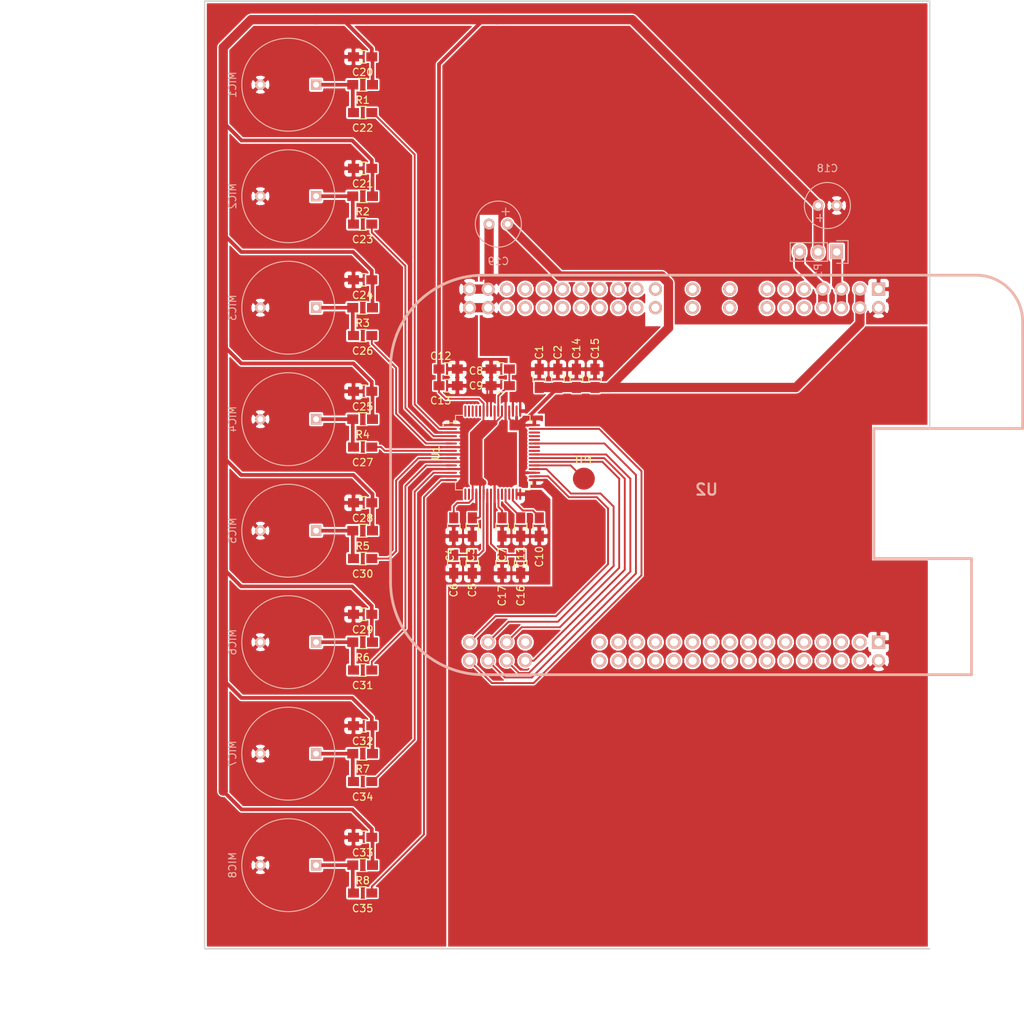
<source format=kicad_pcb>
(kicad_pcb (version 4) (host pcbnew "(after 2015-may-25 BZR unknown)-product")
  (layers (0 F.Cu signal) (31 B.Cu signal) (34 B.Paste user) (35 F.Paste user) (36 B.SilkS user) (37 F.SilkS user) (38 B.Mask user) (39 F.Mask user) (44 Edge.Cuts user))
  (net 0 "")
  (net 1 "Net-(C7-Pad1)")
  (net 2 AGND)
  (net 3 "Net-(C8-Pad1)")
  (net 4 "Net-(C10-Pad1)")
  (net 5 "Net-(C11-Pad1)")
  (net 6 /VREFP)
  (net 7 AVDD)
  (net 8 /MIC_1)
  (net 9 "Net-(C22-Pad2)")
  (net 10 /MIC_5)
  (net 11 "Net-(C23-Pad2)")
  (net 12 /MIC_2)
  (net 13 "Net-(C26-Pad2)")
  (net 14 /MIC_6)
  (net 15 "Net-(C27-Pad2)")
  (net 16 /MIC_3)
  (net 17 "Net-(C30-Pad2)")
  (net 18 /MIC_7)
  (net 19 "Net-(C31-Pad2)")
  (net 20 /MIC_4)
  (net 21 "Net-(C34-Pad2)")
  (net 22 /MIC_8)
  (net 23 "Net-(C35-Pad2)")
  (net 24 /SPI0_CS)
  (net 25 /PRU1_2)
  (net 26 /PRU1_3)
  (net 27 /SPI0_CLK)
  (net 28 /PRU1_4)
  (net 29 /SPI0_MOSI)
  (net 30 /PRU1_5)
  (net 31 /SPI0_MISO)
  (net 32 /BBB_VDD_5V)
  (net 33 /BBB_SYS_5V)
  (net 34 "Net-(TP1-Pad1)")
  (net 35 "Net-(U1-Pad17)")
  (net 36 "Net-(U1-Pad18)")
  (net 37 "Net-(U1-Pad27)")
  (net 38 "Net-(U1-Pad29)")
  (net 39 /PRU1_0)
  (net 40 "Net-(U1-Pad41)")
  (net 41 "Net-(U1-Pad42)")
  (net 42 "Net-(U1-Pad44)")
  (net 43 "Net-(U1-Pad45)")
  (net 44 "Net-(U1-Pad46)")
  (net 45 /PRU1_1)
  (net 46 "Net-(U1-Pad60)")
  (net 47 "Net-(U1-Pad61)")
  (net 48 "Net-(U1-Pad62)")
  (net 49 "Net-(U1-Pad63)")
  (net 50 "Net-(U1-Pad64)")
  (net 51 "Net-(U2-PadC9)")
  (net 52 "Net-(U2-PadC10)")
  (net 53 "Net-(U2-PadC11)")
  (net 54 "Net-(U2-PadC12)")
  (net 55 "Net-(U2-PadC13)")
  (net 56 "Net-(U2-PadC14)")
  (net 57 "Net-(U2-PadC15)")
  (net 58 "Net-(U2-PadC16)")
  (net 59 "Net-(U2-PadC19)")
  (net 60 "Net-(U2-PadC20)")
  (net 61 "Net-(U2-PadC23)")
  (net 62 "Net-(U2-PadC24)")
  (net 63 "Net-(U2-PadC25)")
  (net 64 "Net-(U2-PadC26)")
  (net 65 "Net-(U2-PadC27)")
  (net 66 "Net-(U2-PadC28)")
  (net 67 "Net-(U2-PadC29)")
  (net 68 "Net-(U2-PadC30)")
  (net 69 "Net-(U2-PadC31)")
  (net 70 "Net-(U2-PadC32)")
  (net 71 "Net-(U2-PadC33)")
  (net 72 "Net-(U2-PadC34)")
  (net 73 "Net-(U2-PadC35)")
  (net 74 "Net-(U2-PadC36)")
  (net 75 "Net-(U2-PadC37)")
  (net 76 "Net-(U2-PadC38)")
  (net 77 "Net-(U2-PadC39)")
  (net 78 "Net-(U2-PadC40)")
  (net 79 "Net-(U2-PadC41)")
  (net 80 "Net-(U2-PadC42)")
  (net 81 "Net-(U2-PadB3)")
  (net 82 "Net-(U2-PadB4)")
  (net 83 "Net-(U2-PadB5)")
  (net 84 "Net-(U2-PadB6)")
  (net 85 "Net-(U2-PadB7)")
  (net 86 "Net-(U2-PadB8)")
  (net 87 "Net-(U2-PadB9)")
  (net 88 "Net-(U2-PadB10)")
  (net 89 "Net-(U2-PadB11)")
  (net 90 "Net-(U2-PadB12)")
  (net 91 "Net-(U2-PadB13)")
  (net 92 "Net-(U2-PadB14)")
  (net 93 "Net-(U2-PadB15)")
  (net 94 "Net-(U2-PadB16)")
  (net 95 "Net-(U2-PadB17)")
  (net 96 "Net-(U2-PadB18)")
  (net 97 "Net-(U2-PadB19)")
  (net 98 "Net-(U2-PadB20)")
  (net 99 "Net-(U2-PadB21)")
  (net 100 "Net-(U2-PadB22)")
  (net 101 "Net-(U2-PadB23)")
  (net 102 "Net-(U2-PadB24)")
  (net 103 "Net-(U2-PadB25)")
  (net 104 "Net-(U2-PadB26)")
  (net 105 "Net-(U2-PadB27)")
  (net 106 "Net-(U2-PadB28)")
  (net 107 "Net-(U2-PadB29)")
  (net 108 "Net-(U2-PadB30)")
  (net 109 "Net-(U2-PadB31)")
  (net 110 "Net-(U2-PadB32)")
  (net 111 "Net-(U2-PadB33)")
  (net 112 "Net-(U2-PadB34)")
  (net 113 "Net-(U2-PadB35)")
  (net 114 "Net-(U2-PadB36)")
  (net 115 "Net-(U2-PadB37)")
  (net 116 "Net-(U2-PadB38)")
  (net 117 DVDD)
  (net 118 /PRU1_7)
  (net 119 "Net-(U2-PadB39)")
  (module Capacitors_SMD:C_0805_HandSoldering (layer F.Cu) (at 86.36 68.072 90)
    (fp_text reference C2 (at 3.556 0 90) (layer F.SilkS))
    (fp_text value 0.1uF)
    (pad 1 smd rect (at -1.25 0 90) (size 1.5 1.25) (layers F.Cu F.Paste F.Mask) (net 117 DVDD))
    (pad 2 smd rect (at 1.25 0 90) (size 1.5 1.25) (layers F.Cu F.Paste F.Mask) (net 2 AGND))
  )
  (module Capacitors_SMD:C_0805_HandSoldering (layer F.Cu) (at 83.82 68.072 90)
    (fp_text reference C1 (at 3.556 0 90) (layer F.SilkS))
    (fp_text value 1uF)
    (pad 1 smd rect (at -1.25 0 90) (size 1.5 1.25) (layers F.Cu F.Paste F.Mask) (net 117 DVDD))
    (pad 2 smd rect (at 1.25 0 90) (size 1.5 1.25) (layers F.Cu F.Paste F.Mask) (net 2 AGND))
  )
  (module micarray:beagleboneblack_custom (layer B.Cu) (at 106.68 81.28)
    (fp_text reference U2 (at 0 2) (layer B.SilkS) (effects (font (thickness 0.3048)) (justify mirror)))
    (fp_text value BEAGLEBONEBLACK)
    (pad C1 thru_hole rect (at 23.495 -25.4) (size 1.8 1.8) (drill 1.1) (layers *.Cu *.Mask B.SilkS) (net 2 AGND))
    (pad C2 thru_hole circle (at 23.495 -22.86) (size 1.8 1.8) (drill 1.1) (layers *.Cu *.Mask B.SilkS) (net 2 AGND))
    (pad C3 thru_hole circle (at 20.955 -25.4) (size 1.8 1.8) (drill 1.1) (layers *.Cu *.Mask B.SilkS) (net 117 DVDD))
    (pad C4 thru_hole circle (at 20.955 -22.86) (size 1.8 1.8) (drill 1.1) (layers *.Cu *.Mask B.SilkS) (net 117 DVDD))
    (pad C5 thru_hole circle (at 18.415 -25.4) (size 1.8 1.8) (drill 1.1) (layers *.Cu *.Mask B.SilkS) (net 32 /BBB_VDD_5V))
    (pad C6 thru_hole circle (at 18.415 -22.86) (size 1.8 1.8) (drill 1.1) (layers *.Cu *.Mask B.SilkS) (net 32 /BBB_VDD_5V))
    (pad C7 thru_hole circle (at 15.875 -25.4) (size 1.8 1.8) (drill 1.1) (layers *.Cu *.Mask B.SilkS) (net 33 /BBB_SYS_5V))
    (pad C8 thru_hole circle (at 15.875 -22.86) (size 1.8 1.8) (drill 1.1) (layers *.Cu *.Mask B.SilkS) (net 33 /BBB_SYS_5V))
    (pad C9 thru_hole circle (at 13.335 -25.4) (size 1.8 1.8) (drill 1.1) (layers *.Cu *.Mask B.SilkS) (net 51 "Net-(U2-PadC9)"))
    (pad C10 thru_hole circle (at 13.335 -22.86) (size 1.8 1.8) (drill 1.1) (layers *.Cu *.Mask B.SilkS) (net 52 "Net-(U2-PadC10)"))
    (pad C11 thru_hole circle (at 10.795 -25.4) (size 1.8 1.8) (drill 1.1) (layers *.Cu *.Mask B.SilkS) (net 53 "Net-(U2-PadC11)"))
    (pad C12 thru_hole circle (at 10.795 -22.86) (size 1.8 1.8) (drill 1.1) (layers *.Cu *.Mask B.SilkS) (net 54 "Net-(U2-PadC12)"))
    (pad C13 thru_hole circle (at 8.255 -25.4) (size 1.8 1.8) (drill 1.1) (layers *.Cu *.Mask B.SilkS) (net 55 "Net-(U2-PadC13)"))
    (pad C14 thru_hole circle (at 8.255 -22.86) (size 1.8 1.8) (drill 1.1) (layers *.Cu *.Mask B.SilkS) (net 56 "Net-(U2-PadC14)"))
    (pad C17 thru_hole circle (at 3.175 -25.4) (size 1.8 1.8) (drill 1.1) (layers *.Cu *.Mask B.SilkS) (net 24 /SPI0_CS))
    (pad C18 thru_hole circle (at 3.175 -22.86) (size 1.8 1.8) (drill 1.1) (layers *.Cu *.Mask B.SilkS) (net 29 /SPI0_MOSI))
    (pad C21 thru_hole circle (at -1.905 -25.4) (size 1.8 1.8) (drill 1.1) (layers *.Cu *.Mask B.SilkS) (net 31 /SPI0_MISO))
    (pad C22 thru_hole circle (at -1.905 -22.86) (size 1.8 1.8) (drill 1.1) (layers *.Cu *.Mask B.SilkS) (net 27 /SPI0_CLK))
    (pad C25 thru_hole circle (at -6.985 -25.4) (size 1.8 1.8) (drill 1.1) (layers *.Cu *.Mask B.SilkS) (net 63 "Net-(U2-PadC25)"))
    (pad C26 thru_hole circle (at -6.985 -22.86) (size 1.8 1.8) (drill 1.1) (layers *.Cu *.Mask B.SilkS) (net 64 "Net-(U2-PadC26)"))
    (pad C27 thru_hole circle (at -9.525 -25.4) (size 1.8 1.8) (drill 1.1) (layers *.Cu *.Mask B.SilkS) (net 65 "Net-(U2-PadC27)"))
    (pad C28 thru_hole circle (at -9.525 -22.86) (size 1.8 1.8) (drill 1.1) (layers *.Cu *.Mask B.SilkS) (net 66 "Net-(U2-PadC28)"))
    (pad C29 thru_hole circle (at -12.065 -25.4) (size 1.8 1.8) (drill 1.1) (layers *.Cu *.Mask B.SilkS) (net 67 "Net-(U2-PadC29)"))
    (pad C30 thru_hole circle (at -12.065 -22.86) (size 1.8 1.8) (drill 1.1) (layers *.Cu *.Mask B.SilkS) (net 68 "Net-(U2-PadC30)"))
    (pad C31 thru_hole circle (at -14.605 -25.4) (size 1.8 1.8) (drill 1.1) (layers *.Cu *.Mask B.SilkS) (net 69 "Net-(U2-PadC31)"))
    (pad C32 thru_hole circle (at -14.605 -22.86) (size 1.8 1.8) (drill 1.1) (layers *.Cu *.Mask B.SilkS) (net 70 "Net-(U2-PadC32)"))
    (pad C33 thru_hole circle (at -17.145 -25.4) (size 1.8 1.8) (drill 1.1) (layers *.Cu *.Mask B.SilkS) (net 71 "Net-(U2-PadC33)"))
    (pad C34 thru_hole circle (at -17.145 -22.86) (size 1.8 1.8) (drill 1.1) (layers *.Cu *.Mask B.SilkS) (net 72 "Net-(U2-PadC34)"))
    (pad C35 thru_hole circle (at -19.685 -25.4) (size 1.8 1.8) (drill 1.1) (layers *.Cu *.Mask B.SilkS) (net 73 "Net-(U2-PadC35)"))
    (pad C36 thru_hole circle (at -19.685 -22.86) (size 1.8 1.8) (drill 1.1) (layers *.Cu *.Mask B.SilkS) (net 74 "Net-(U2-PadC36)"))
    (pad C37 thru_hole circle (at -22.225 -25.4) (size 1.8 1.8) (drill 1.1) (layers *.Cu *.Mask B.SilkS) (net 75 "Net-(U2-PadC37)"))
    (pad C38 thru_hole circle (at -22.225 -22.86) (size 1.8 1.8) (drill 1.1) (layers *.Cu *.Mask B.SilkS) (net 76 "Net-(U2-PadC38)"))
    (pad C39 thru_hole circle (at -24.765 -25.4) (size 1.8 1.8) (drill 1.1) (layers *.Cu *.Mask B.SilkS) (net 77 "Net-(U2-PadC39)"))
    (pad C40 thru_hole circle (at -24.765 -22.86) (size 1.8 1.8) (drill 1.1) (layers *.Cu *.Mask B.SilkS) (net 78 "Net-(U2-PadC40)"))
    (pad C41 thru_hole circle (at -27.305 -25.4) (size 1.8 1.8) (drill 1.1) (layers *.Cu *.Mask B.SilkS) (net 79 "Net-(U2-PadC41)"))
    (pad C42 thru_hole circle (at -27.305 -22.86) (size 1.8 1.8) (drill 1.1) (layers *.Cu *.Mask B.SilkS) (net 80 "Net-(U2-PadC42)"))
    (pad C43 thru_hole circle (at -29.845 -25.4) (size 1.8 1.8) (drill 1.1) (layers *.Cu *.Mask B.SilkS) (net 2 AGND))
    (pad C44 thru_hole circle (at -29.845 -22.86) (size 1.8 1.8) (drill 1.1) (layers *.Cu *.Mask B.SilkS) (net 2 AGND))
    (pad C45 thru_hole circle (at -32.385 -25.4) (size 1.8 1.8) (drill 1.1) (layers *.Cu *.Mask B.SilkS) (net 2 AGND))
    (pad C46 thru_hole circle (at -32.385 -22.86) (size 1.8 1.8) (drill 1.1) (layers *.Cu *.Mask B.SilkS) (net 2 AGND))
    (pad B1 thru_hole rect (at 23.495 22.86) (size 1.8 1.8) (drill 1.1) (layers *.Cu *.Mask B.SilkS) (net 2 AGND))
    (pad B2 thru_hole circle (at 23.495 25.4) (size 1.8 1.8) (drill 1.1) (layers *.Cu *.Mask B.SilkS) (net 2 AGND))
    (pad B3 thru_hole circle (at 20.955 22.86) (size 1.8 1.8) (drill 1.1) (layers *.Cu *.Mask B.SilkS) (net 81 "Net-(U2-PadB3)"))
    (pad B4 thru_hole circle (at 20.955 25.4) (size 1.8 1.8) (drill 1.1) (layers *.Cu *.Mask B.SilkS) (net 82 "Net-(U2-PadB4)"))
    (pad B5 thru_hole circle (at 18.415 22.86) (size 1.8 1.8) (drill 1.1) (layers *.Cu *.Mask B.SilkS) (net 83 "Net-(U2-PadB5)"))
    (pad B6 thru_hole circle (at 18.415 25.4) (size 1.8 1.8) (drill 1.1) (layers *.Cu *.Mask B.SilkS) (net 84 "Net-(U2-PadB6)"))
    (pad B7 thru_hole circle (at 15.875 22.86) (size 1.8 1.8) (drill 1.1) (layers *.Cu *.Mask B.SilkS) (net 85 "Net-(U2-PadB7)"))
    (pad B8 thru_hole circle (at 15.875 25.4) (size 1.8 1.8) (drill 1.1) (layers *.Cu *.Mask B.SilkS) (net 86 "Net-(U2-PadB8)"))
    (pad B9 thru_hole circle (at 13.335 22.86) (size 1.8 1.8) (drill 1.1) (layers *.Cu *.Mask B.SilkS) (net 87 "Net-(U2-PadB9)"))
    (pad B10 thru_hole circle (at 13.335 25.4) (size 1.8 1.8) (drill 1.1) (layers *.Cu *.Mask B.SilkS) (net 88 "Net-(U2-PadB10)"))
    (pad B11 thru_hole circle (at 10.795 22.86) (size 1.8 1.8) (drill 1.1) (layers *.Cu *.Mask B.SilkS) (net 89 "Net-(U2-PadB11)"))
    (pad B12 thru_hole circle (at 10.795 25.4) (size 1.8 1.8) (drill 1.1) (layers *.Cu *.Mask B.SilkS) (net 90 "Net-(U2-PadB12)"))
    (pad B13 thru_hole circle (at 8.255 22.86) (size 1.8 1.8) (drill 1.1) (layers *.Cu *.Mask B.SilkS) (net 91 "Net-(U2-PadB13)"))
    (pad B14 thru_hole circle (at 8.255 25.4) (size 1.8 1.8) (drill 1.1) (layers *.Cu *.Mask B.SilkS) (net 92 "Net-(U2-PadB14)"))
    (pad B15 thru_hole circle (at 5.715 22.86) (size 1.8 1.8) (drill 1.1) (layers *.Cu *.Mask B.SilkS) (net 93 "Net-(U2-PadB15)"))
    (pad B16 thru_hole circle (at 5.715 25.4) (size 1.8 1.8) (drill 1.1) (layers *.Cu *.Mask B.SilkS) (net 94 "Net-(U2-PadB16)"))
    (pad B17 thru_hole circle (at 3.175 22.86) (size 1.8 1.8) (drill 1.1) (layers *.Cu *.Mask B.SilkS) (net 95 "Net-(U2-PadB17)"))
    (pad B18 thru_hole circle (at 3.175 25.4) (size 1.8 1.8) (drill 1.1) (layers *.Cu *.Mask B.SilkS) (net 96 "Net-(U2-PadB18)"))
    (pad B19 thru_hole circle (at 0.635 22.86) (size 1.8 1.8) (drill 1.1) (layers *.Cu *.Mask B.SilkS) (net 97 "Net-(U2-PadB19)"))
    (pad B20 thru_hole circle (at 0.635 25.4) (size 1.8 1.8) (drill 1.1) (layers *.Cu *.Mask B.SilkS) (net 98 "Net-(U2-PadB20)"))
    (pad B21 thru_hole circle (at -1.905 22.86) (size 1.8 1.8) (drill 1.1) (layers *.Cu *.Mask B.SilkS) (net 99 "Net-(U2-PadB21)"))
    (pad B22 thru_hole circle (at -1.905 25.4) (size 1.8 1.8) (drill 1.1) (layers *.Cu *.Mask B.SilkS) (net 100 "Net-(U2-PadB22)"))
    (pad B23 thru_hole circle (at -4.445 22.86) (size 1.8 1.8) (drill 1.1) (layers *.Cu *.Mask B.SilkS) (net 101 "Net-(U2-PadB23)"))
    (pad B24 thru_hole circle (at -4.445 25.4) (size 1.8 1.8) (drill 1.1) (layers *.Cu *.Mask B.SilkS) (net 102 "Net-(U2-PadB24)"))
    (pad B25 thru_hole circle (at -6.985 22.86) (size 1.8 1.8) (drill 1.1) (layers *.Cu *.Mask B.SilkS) (net 103 "Net-(U2-PadB25)"))
    (pad B26 thru_hole circle (at -6.985 25.4) (size 1.8 1.8) (drill 1.1) (layers *.Cu *.Mask B.SilkS) (net 104 "Net-(U2-PadB26)"))
    (pad B27 thru_hole circle (at -9.525 22.86) (size 1.8 1.8) (drill 1.1) (layers *.Cu *.Mask B.SilkS) (net 105 "Net-(U2-PadB27)"))
    (pad B28 thru_hole circle (at -9.525 25.4) (size 1.8 1.8) (drill 1.1) (layers *.Cu *.Mask B.SilkS) (net 106 "Net-(U2-PadB28)"))
    (pad B29 thru_hole circle (at -12.065 22.86) (size 1.8 1.8) (drill 1.1) (layers *.Cu *.Mask B.SilkS) (net 107 "Net-(U2-PadB29)"))
    (pad B30 thru_hole circle (at -12.065 25.4) (size 1.8 1.8) (drill 1.1) (layers *.Cu *.Mask B.SilkS) (net 108 "Net-(U2-PadB30)"))
    (pad B31 thru_hole circle (at -14.605 22.86) (size 1.8 1.8) (drill 1.1) (layers *.Cu *.Mask B.SilkS) (net 109 "Net-(U2-PadB31)"))
    (pad B32 thru_hole circle (at -14.605 25.4) (size 1.8 1.8) (drill 1.1) (layers *.Cu *.Mask B.SilkS) (net 110 "Net-(U2-PadB32)"))
    (pad B39 thru_hole circle (at -24.765 22.86) (size 1.8 1.8) (drill 1.1) (layers *.Cu *.Mask B.SilkS) (net 119 "Net-(U2-PadB39)"))
    (pad B40 thru_hole circle (at -24.765 25.4) (size 1.8 1.8) (drill 1.1) (layers *.Cu *.Mask B.SilkS) (net 118 /PRU1_7))
    (pad B41 thru_hole circle (at -27.305 22.86) (size 1.8 1.8) (drill 1.1) (layers *.Cu *.Mask B.SilkS) (net 28 /PRU1_4))
    (pad B42 thru_hole circle (at -27.305 25.4) (size 1.8 1.8) (drill 1.1) (layers *.Cu *.Mask B.SilkS) (net 30 /PRU1_5))
    (pad B43 thru_hole circle (at -29.845 22.86) (size 1.8 1.8) (drill 1.1) (layers *.Cu *.Mask B.SilkS) (net 25 /PRU1_2))
    (pad B44 thru_hole circle (at -29.845 25.4) (size 1.8 1.8) (drill 1.1) (layers *.Cu *.Mask B.SilkS) (net 26 /PRU1_3))
    (pad B45 thru_hole circle (at -32.385 22.86) (size 1.8 1.8) (drill 1.1) (layers *.Cu *.Mask B.SilkS) (net 39 /PRU1_0))
    (pad B46 thru_hole circle (at -32.385 25.4) (size 1.8 1.8) (drill 1.1) (layers *.Cu *.Mask B.SilkS) (net 45 /PRU1_1))
  )
  (module micarray:LQFP-64_12x12_Pitch0.5mm_NoFid (layer F.Cu) (at 77.47 78.232 90)
    (fp_text reference U1 (at 0 -7.8 90) (layer F.SilkS))
    (fp_text value ADS131E08)
    (pad 1 smd oval (at 3.74904 -5.67944 180) (size 1.55956 0.2794) (layers F.Cu F.Paste F.Mask) (net 2 AGND) (clearance 0.1016))
    (pad 2 smd oval (at 3.24866 -5.67944 180) (size 1.55956 0.2794) (layers F.Cu F.Paste F.Mask) (net 8 /MIC_1) (clearance 0.1016))
    (pad 3 smd oval (at 2.74828 -5.67944 180) (size 1.55956 0.2794) (layers F.Cu F.Paste F.Mask) (net 2 AGND) (clearance 0.1016))
    (pad 4 smd oval (at 2.2479 -5.67944 180) (size 1.55956 0.2794) (layers F.Cu F.Paste F.Mask) (net 12 /MIC_2) (clearance 0.1016))
    (pad 5 smd oval (at 1.74752 -5.67944 180) (size 1.55956 0.2794) (layers F.Cu F.Paste F.Mask) (net 2 AGND) (clearance 0.1016))
    (pad 6 smd oval (at 1.24968 -5.67944 180) (size 1.55956 0.2794) (layers F.Cu F.Paste F.Mask) (net 16 /MIC_3) (clearance 0.1016))
    (pad 7 smd oval (at 0.7493 -5.67944 180) (size 1.55956 0.2794) (layers F.Cu F.Paste F.Mask) (net 2 AGND) (clearance 0.1016))
    (pad 8 smd oval (at 0.24892 -5.67944 180) (size 1.55956 0.2794) (layers F.Cu F.Paste F.Mask) (net 20 /MIC_4) (clearance 0.1016))
    (pad 9 smd oval (at -0.24892 -5.67944 180) (size 1.55956 0.2794) (layers F.Cu F.Paste F.Mask) (net 2 AGND) (clearance 0.1016))
    (pad 10 smd oval (at -0.7493 -5.67944 180) (size 1.55956 0.2794) (layers F.Cu F.Paste F.Mask) (net 10 /MIC_5) (clearance 0.1016))
    (pad 11 smd oval (at -1.24968 -5.67944 180) (size 1.55956 0.2794) (layers F.Cu F.Paste F.Mask) (net 2 AGND) (clearance 0.1016))
    (pad 12 smd oval (at -1.74752 -5.67944 180) (size 1.55956 0.2794) (layers F.Cu F.Paste F.Mask) (net 14 /MIC_6) (clearance 0.1016))
    (pad 13 smd oval (at -2.2479 -5.67944 180) (size 1.55956 0.2794) (layers F.Cu F.Paste F.Mask) (net 2 AGND) (clearance 0.1016))
    (pad 14 smd oval (at -2.74828 -5.67944 180) (size 1.55956 0.2794) (layers F.Cu F.Paste F.Mask) (net 18 /MIC_7) (clearance 0.1016))
    (pad 15 smd oval (at -3.24866 -5.67944 180) (size 1.55956 0.2794) (layers F.Cu F.Paste F.Mask) (net 2 AGND) (clearance 0.1016))
    (pad 16 smd oval (at -3.74904 -5.67944 180) (size 1.55956 0.2794) (layers F.Cu F.Paste F.Mask) (net 22 /MIC_8) (clearance 0.1016))
    (pad 17 smd oval (at -5.67944 -3.74904 270) (size 1.55956 0.2794) (layers F.Cu F.Paste F.Mask) (net 35 "Net-(U1-Pad17)") (clearance 0.1016))
    (pad 18 smd oval (at -5.67944 -3.24866 270) (size 1.55956 0.2794) (layers F.Cu F.Paste F.Mask) (net 36 "Net-(U1-Pad18)") (clearance 0.1016))
    (pad 19 smd oval (at -5.67944 -2.74828 270) (size 1.55956 0.2794) (layers F.Cu F.Paste F.Mask) (net 7 AVDD) (clearance 0.1016))
    (pad 20 smd oval (at -5.67944 -2.2479 270) (size 1.55956 0.2794) (layers F.Cu F.Paste F.Mask) (net 2 AGND) (clearance 0.1016))
    (pad 21 smd oval (at -5.67944 -1.74752 270) (size 1.55956 0.2794) (layers F.Cu F.Paste F.Mask) (net 7 AVDD) (clearance 0.1016))
    (pad 22 smd oval (at -5.67944 -1.24968 270) (size 1.55956 0.2794) (layers F.Cu F.Paste F.Mask) (net 7 AVDD) (clearance 0.1016))
    (pad 23 smd oval (at -5.67944 -0.7493 270) (size 1.55956 0.2794) (layers F.Cu F.Paste F.Mask) (net 2 AGND) (clearance 0.1016))
    (pad 24 smd oval (at -5.67944 -0.24892 270) (size 1.55956 0.2794) (layers F.Cu F.Paste F.Mask) (net 6 /VREFP) (clearance 0.1016))
    (pad 25 smd oval (at -5.67944 0.24892 270) (size 1.55956 0.2794) (layers F.Cu F.Paste F.Mask) (net 2 AGND) (clearance 0.1016))
    (pad 26 smd oval (at -5.67944 0.7493 270) (size 1.55956 0.2794) (layers F.Cu F.Paste F.Mask) (net 1 "Net-(C7-Pad1)") (clearance 0.1016))
    (pad 27 smd oval (at -5.67944 1.24968 270) (size 1.55956 0.2794) (layers F.Cu F.Paste F.Mask) (net 37 "Net-(U1-Pad27)") (clearance 0.1016))
    (pad 28 smd oval (at -5.67944 1.74752 270) (size 1.55956 0.2794) (layers F.Cu F.Paste F.Mask) (net 5 "Net-(C11-Pad1)") (clearance 0.1016))
    (pad 29 smd oval (at -5.67944 2.2479 270) (size 1.55956 0.2794) (layers F.Cu F.Paste F.Mask) (net 38 "Net-(U1-Pad29)") (clearance 0.1016))
    (pad 30 smd oval (at -5.67944 2.74828 270) (size 1.55956 0.2794) (layers F.Cu F.Paste F.Mask) (net 4 "Net-(C10-Pad1)") (clearance 0.1016))
    (pad 31 smd oval (at -5.67944 3.24866 270) (size 1.55956 0.2794) (layers F.Cu F.Paste F.Mask) (net 2 AGND) (clearance 0.1016))
    (pad 32 smd oval (at -5.67944 3.74904 270) (size 1.55956 0.2794) (layers F.Cu F.Paste F.Mask) (net 2 AGND) (clearance 0.1016))
    (pad 33 smd oval (at -3.74904 5.67944) (size 1.55956 0.2794) (layers F.Cu F.Paste F.Mask) (net 2 AGND) (clearance 0.1016))
    (pad 34 smd oval (at -3.24866 5.67944) (size 1.55956 0.2794) (layers F.Cu F.Paste F.Mask) (net 39 /PRU1_0) (clearance 0.1016))
    (pad 35 smd oval (at -2.74828 5.67944) (size 1.55956 0.2794) (layers F.Cu F.Paste F.Mask) (net 117 DVDD) (clearance 0.1016))
    (pad 36 smd oval (at -2.2479 5.67944) (size 1.55956 0.2794) (layers F.Cu F.Paste F.Mask) (net 25 /PRU1_2) (clearance 0.1016))
    (pad 37 smd oval (at -1.74752 5.67944) (size 1.55956 0.2794) (layers F.Cu F.Paste F.Mask) (net 34 "Net-(TP1-Pad1)") (clearance 0.1016))
    (pad 38 smd oval (at -1.24968 5.67944) (size 1.55956 0.2794) (layers F.Cu F.Paste F.Mask) (net 28 /PRU1_4) (clearance 0.1016))
    (pad 39 smd oval (at -0.7493 5.67944) (size 1.55956 0.2794) (layers F.Cu F.Paste F.Mask) (net 118 /PRU1_7) (clearance 0.1016))
    (pad 40 smd oval (at -0.24892 5.67944) (size 1.55956 0.2794) (layers F.Cu F.Paste F.Mask) (net 30 /PRU1_5) (clearance 0.1016))
    (pad 41 smd oval (at 0.24892 5.67944) (size 1.55956 0.2794) (layers F.Cu F.Paste F.Mask) (net 40 "Net-(U1-Pad41)") (clearance 0.1016))
    (pad 42 smd oval (at 0.7493 5.67944) (size 1.55956 0.2794) (layers F.Cu F.Paste F.Mask) (net 41 "Net-(U1-Pad42)") (clearance 0.1016))
    (pad 43 smd oval (at 1.24968 5.67944) (size 1.55956 0.2794) (layers F.Cu F.Paste F.Mask) (net 26 /PRU1_3) (clearance 0.1016))
    (pad 44 smd oval (at 1.74752 5.67944) (size 1.55956 0.2794) (layers F.Cu F.Paste F.Mask) (net 42 "Net-(U1-Pad44)") (clearance 0.1016))
    (pad 45 smd oval (at 2.2479 5.67944) (size 1.55956 0.2794) (layers F.Cu F.Paste F.Mask) (net 43 "Net-(U1-Pad45)") (clearance 0.1016))
    (pad 46 smd oval (at 2.74828 5.67944) (size 1.55956 0.2794) (layers F.Cu F.Paste F.Mask) (net 44 "Net-(U1-Pad46)") (clearance 0.1016))
    (pad 47 smd oval (at 3.24866 5.67944) (size 1.55956 0.2794) (layers F.Cu F.Paste F.Mask) (net 45 /PRU1_1) (clearance 0.1016))
    (pad 48 smd oval (at 3.74904 5.67944) (size 1.55956 0.2794) (layers F.Cu F.Paste F.Mask) (net 117 DVDD) (clearance 0.1016))
    (pad 49 smd oval (at 5.67944 3.74904 90) (size 1.55956 0.2794) (layers F.Cu F.Paste F.Mask) (net 2 AGND) (clearance 0.1016))
    (pad 50 smd oval (at 5.67944 3.24866 90) (size 1.55956 0.2794) (layers F.Cu F.Paste F.Mask) (net 117 DVDD) (clearance 0.1016))
    (pad 51 smd oval (at 5.67944 2.74828 90) (size 1.55956 0.2794) (layers F.Cu F.Paste F.Mask) (net 2 AGND) (clearance 0.1016))
    (pad 52 smd oval (at 5.67944 2.2479 90) (size 1.55956 0.2794) (layers F.Cu F.Paste F.Mask) (net 117 DVDD) (clearance 0.1016))
    (pad 53 smd oval (at 5.67944 1.74752 90) (size 1.55956 0.2794) (layers F.Cu F.Paste F.Mask) (net 2 AGND) (clearance 0.1016))
    (pad 54 smd oval (at 5.67944 1.24968 90) (size 1.55956 0.2794) (layers F.Cu F.Paste F.Mask) (net 7 AVDD) (clearance 0.1016))
    (pad 55 smd oval (at 5.67944 0.7493 90) (size 1.55956 0.2794) (layers F.Cu F.Paste F.Mask) (net 3 "Net-(C8-Pad1)") (clearance 0.1016))
    (pad 56 smd oval (at 5.67944 0.24892 90) (size 1.55956 0.2794) (layers F.Cu F.Paste F.Mask) (net 7 AVDD) (clearance 0.1016))
    (pad 57 smd oval (at 5.67944 -0.24892 90) (size 1.55956 0.2794) (layers F.Cu F.Paste F.Mask) (net 2 AGND) (clearance 0.1016))
    (pad 58 smd oval (at 5.67944 -0.7493 90) (size 1.55956 0.2794) (layers F.Cu F.Paste F.Mask) (net 2 AGND) (clearance 0.1016))
    (pad 59 smd oval (at 5.67944 -1.24968 90) (size 1.55956 0.2794) (layers F.Cu F.Paste F.Mask) (net 7 AVDD) (clearance 0.1016))
    (pad 60 smd oval (at 5.67944 -1.74752 90) (size 1.55956 0.2794) (layers F.Cu F.Paste F.Mask) (net 46 "Net-(U1-Pad60)") (clearance 0.1016))
    (pad 61 smd oval (at 5.67944 -2.2479 90) (size 1.55956 0.2794) (layers F.Cu F.Paste F.Mask) (net 47 "Net-(U1-Pad61)") (clearance 0.1016))
    (pad 62 smd oval (at 5.67944 -2.74828 90) (size 1.55956 0.2794) (layers F.Cu F.Paste F.Mask) (net 48 "Net-(U1-Pad62)") (clearance 0.1016))
    (pad 63 smd oval (at 5.67944 -3.24866 90) (size 1.55956 0.2794) (layers F.Cu F.Paste F.Mask) (net 49 "Net-(U1-Pad63)") (clearance 0.1016))
    (pad 64 smd oval (at 5.67944 -3.74904 90) (size 1.55956 0.2794) (layers F.Cu F.Paste F.Mask) (net 50 "Net-(U1-Pad64)") (clearance 0.1016))
  )
  (module Capacitors_SMD:C_0805_HandSoldering (layer F.Cu) (at 71.374 66.802)
    (fp_text reference C12 (at -1.016 -1.778) (layer F.SilkS))
    (fp_text value 1uF)
    (pad 1 smd rect (at -1.25 0) (size 1.5 1.25) (layers F.Cu F.Paste F.Mask) (net 7 AVDD))
    (pad 2 smd rect (at 1.25 0) (size 1.5 1.25) (layers F.Cu F.Paste F.Mask) (net 2 AGND))
  )
  (module Capacitors_SMD:C_0805_HandSoldering (layer F.Cu) (at 74.676 88.392 270)
    (fp_text reference C3 (at 3.81 0.254 450) (layer F.SilkS))
    (fp_text value 1uF)
    (pad 1 smd rect (at -1.25 0 270) (size 1.5 1.25) (layers F.Cu F.Paste F.Mask) (net 7 AVDD))
    (pad 2 smd rect (at 1.25 0 270) (size 1.5 1.25) (layers F.Cu F.Paste F.Mask) (net 2 AGND))
  )
  (module Capacitors_SMD:C_0805_HandSoldering (layer F.Cu) (at 72.136 88.392 270)
    (fp_text reference C4 (at 3.81 0.508 450) (layer F.SilkS))
    (fp_text value 0.1uF)
    (pad 1 smd rect (at -1.25 0 270) (size 1.5 1.25) (layers F.Cu F.Paste F.Mask) (net 7 AVDD))
    (pad 2 smd rect (at 1.25 0 270) (size 1.5 1.25) (layers F.Cu F.Paste F.Mask) (net 2 AGND))
  )
  (module Capacitors_SMD:C_0805_HandSoldering (layer F.Cu) (at 74.676 93.472 270)
    (fp_text reference C5 (at 3.556 0 270) (layer F.SilkS))
    (fp_text value 1uF)
    (pad 1 smd rect (at -1.25 0 270) (size 1.5 1.25) (layers F.Cu F.Paste F.Mask) (net 7 AVDD))
    (pad 2 smd rect (at 1.25 0 270) (size 1.5 1.25) (layers F.Cu F.Paste F.Mask) (net 2 AGND))
  )
  (module Capacitors_SMD:C_0805_HandSoldering (layer F.Cu) (at 72.136 93.472 270)
    (fp_text reference C6 (at 3.556 0 270) (layer F.SilkS))
    (fp_text value 0.1uF)
    (pad 1 smd rect (at -1.25 0 270) (size 1.5 1.25) (layers F.Cu F.Paste F.Mask) (net 7 AVDD))
    (pad 2 smd rect (at 1.25 0 270) (size 1.5 1.25) (layers F.Cu F.Paste F.Mask) (net 2 AGND))
  )
  (module Capacitors_SMD:C_0805_HandSoldering (layer F.Cu) (at 78.74 88.392 270)
    (fp_text reference C7 (at 3.81 0 270) (layer F.SilkS))
    (fp_text value 1uF)
    (pad 1 smd rect (at -1.25 0 270) (size 1.5 1.25) (layers F.Cu F.Paste F.Mask) (net 1 "Net-(C7-Pad1)"))
    (pad 2 smd rect (at 1.25 0 270) (size 1.5 1.25) (layers F.Cu F.Paste F.Mask) (net 2 AGND))
  )
  (module Capacitors_SMD:C_0805_HandSoldering (layer F.Cu) (at 78.486 66.802 180)
    (fp_text reference C8 (at 3.302 -0.254 180) (layer F.SilkS))
    (fp_text value 1uF)
    (pad 1 smd rect (at -1.25 0 180) (size 1.5 1.25) (layers F.Cu F.Paste F.Mask) (net 3 "Net-(C8-Pad1)"))
    (pad 2 smd rect (at 1.25 0 180) (size 1.5 1.25) (layers F.Cu F.Paste F.Mask) (net 2 AGND))
  )
  (module Capacitors_SMD:C_0805_HandSoldering (layer F.Cu) (at 78.486 69.088 180)
    (fp_text reference C9 (at 3.302 0 180) (layer F.SilkS))
    (fp_text value 0.1uF)
    (pad 1 smd rect (at -1.25 0 180) (size 1.5 1.25) (layers F.Cu F.Paste F.Mask) (net 3 "Net-(C8-Pad1)"))
    (pad 2 smd rect (at 1.25 0 180) (size 1.5 1.25) (layers F.Cu F.Paste F.Mask) (net 2 AGND))
  )
  (module Capacitors_SMD:C_0805_HandSoldering (layer F.Cu) (at 83.82 88.392 270)
    (fp_text reference C10 (at 4.064 0 270) (layer F.SilkS))
    (fp_text value 1uF)
    (pad 1 smd rect (at -1.25 0 270) (size 1.5 1.25) (layers F.Cu F.Paste F.Mask) (net 4 "Net-(C10-Pad1)"))
    (pad 2 smd rect (at 1.25 0 270) (size 1.5 1.25) (layers F.Cu F.Paste F.Mask) (net 2 AGND))
  )
  (module Capacitors_SMD:C_0805_HandSoldering (layer F.Cu) (at 81.28 88.392 270)
    (fp_text reference C11 (at 4.064 0 270) (layer F.SilkS))
    (fp_text value 22uF)
    (pad 1 smd rect (at -1.25 0 270) (size 1.5 1.25) (layers F.Cu F.Paste F.Mask) (net 5 "Net-(C11-Pad1)"))
    (pad 2 smd rect (at 1.25 0 270) (size 1.5 1.25) (layers F.Cu F.Paste F.Mask) (net 2 AGND))
  )
  (module Capacitors_SMD:C_0805_HandSoldering (layer F.Cu) (at 71.374 69.088)
    (fp_text reference C13 (at -1.016 2.032) (layer F.SilkS))
    (fp_text value 0.1uF)
    (pad 1 smd rect (at -1.25 0) (size 1.5 1.25) (layers F.Cu F.Paste F.Mask) (net 7 AVDD))
    (pad 2 smd rect (at 1.25 0) (size 1.5 1.25) (layers F.Cu F.Paste F.Mask) (net 2 AGND))
  )
  (module Capacitors_SMD:C_0805_HandSoldering (layer F.Cu) (at 88.9 68.072 90)
    (fp_text reference C14 (at 4.064 0 90) (layer F.SilkS))
    (fp_text value 1uF)
    (pad 1 smd rect (at -1.25 0 90) (size 1.5 1.25) (layers F.Cu F.Paste F.Mask) (net 117 DVDD))
    (pad 2 smd rect (at 1.25 0 90) (size 1.5 1.25) (layers F.Cu F.Paste F.Mask) (net 2 AGND))
  )
  (module Capacitors_SMD:C_0805_HandSoldering (layer F.Cu) (at 91.44 68.072 90)
    (fp_text reference C15 (at 4.064 0 90) (layer F.SilkS))
    (fp_text value 0.1uF)
    (pad 1 smd rect (at -1.25 0 90) (size 1.5 1.25) (layers F.Cu F.Paste F.Mask) (net 117 DVDD))
    (pad 2 smd rect (at 1.25 0 90) (size 1.5 1.25) (layers F.Cu F.Paste F.Mask) (net 2 AGND))
  )
  (module Capacitors_SMD:C_0805_HandSoldering (layer F.Cu) (at 81.28 93.472 270)
    (fp_text reference C16 (at 4.318 0 270) (layer F.SilkS))
    (fp_text value 1uF)
    (pad 1 smd rect (at -1.25 0 270) (size 1.5 1.25) (layers F.Cu F.Paste F.Mask) (net 6 /VREFP))
    (pad 2 smd rect (at 1.25 0 270) (size 1.5 1.25) (layers F.Cu F.Paste F.Mask) (net 2 AGND))
  )
  (module Capacitors_SMD:C_0805_HandSoldering (layer F.Cu) (at 78.74 93.472 270)
    (fp_text reference C17 (at 4.318 0 270) (layer F.SilkS))
    (fp_text value 0.1uF)
    (pad 1 smd rect (at -1.25 0 270) (size 1.5 1.25) (layers F.Cu F.Paste F.Mask) (net 6 /VREFP))
    (pad 2 smd rect (at 1.25 0 270) (size 1.5 1.25) (layers F.Cu F.Paste F.Mask) (net 2 AGND))
  )
  (module Capacitors_Elko_ThroughHole:Elko_vert_11.2x6.3mm_RM2.5_CopperClear (layer B.Cu) (at 121.92 44.45)
    (fp_text reference C18 (at 1.27 -5.08) (layer B.SilkS) (effects (justify mirror)))
    (fp_text value 100uF)
    (pad 2 thru_hole circle (at 2.54 0) (size 1.50114 1.50114) (drill 0.8001) (layers *.Cu *.Mask B.SilkS) (net 2 AGND))
    (pad 1 thru_hole circle (at 0 0) (size 1.50114 1.50114) (drill 0.8001) (layers *.Cu *.Mask B.SilkS) (net 7 AVDD))
  )
  (module Capacitors_Elko_ThroughHole:Elko_vert_11.2x6.3mm_RM2.5_CopperClear (layer B.Cu) (at 79.502 46.99 180)
    (fp_text reference C19 (at 1.27 -5.08 180) (layer B.SilkS) (effects (justify mirror)))
    (fp_text value 100uF)
    (pad 2 thru_hole circle (at 2.54 0 180) (size 1.50114 1.50114) (drill 0.8001) (layers *.Cu *.Mask B.SilkS) (net 2 AGND))
    (pad 1 thru_hole circle (at 0 0 180) (size 1.50114 1.50114) (drill 0.8001) (layers *.Cu *.Mask B.SilkS) (net 117 DVDD))
  )
  (module Capacitors_SMD:C_0805_HandSoldering (layer F.Cu) (at 59.69 24.13 180)
    (fp_text reference C20 (at 0 -2.1 180) (layer F.SilkS))
    (fp_text value 1uF)
    (pad 1 smd rect (at -1.25 0 180) (size 1.5 1.25) (layers F.Cu F.Paste F.Mask) (net 7 AVDD))
    (pad 2 smd rect (at 1.25 0 180) (size 1.5 1.25) (layers F.Cu F.Paste F.Mask) (net 2 AGND))
  )
  (module Capacitors_SMD:C_0805_HandSoldering (layer F.Cu) (at 59.69 39.37 180)
    (fp_text reference C21 (at 0 -2.1 180) (layer F.SilkS))
    (fp_text value 1uF)
    (pad 1 smd rect (at -1.25 0 180) (size 1.5 1.25) (layers F.Cu F.Paste F.Mask) (net 7 AVDD))
    (pad 2 smd rect (at 1.25 0 180) (size 1.5 1.25) (layers F.Cu F.Paste F.Mask) (net 2 AGND))
  )
  (module Capacitors_SMD:C_0805_HandSoldering (layer F.Cu) (at 59.69 31.75 180)
    (fp_text reference C22 (at 0 -2.1 180) (layer F.SilkS))
    (fp_text value 1uF)
    (pad 1 smd rect (at -1.25 0 180) (size 1.5 1.25) (layers F.Cu F.Paste F.Mask) (net 8 /MIC_1))
    (pad 2 smd rect (at 1.25 0 180) (size 1.5 1.25) (layers F.Cu F.Paste F.Mask) (net 9 "Net-(C22-Pad2)"))
  )
  (module Capacitors_SMD:C_0805_HandSoldering (layer F.Cu) (at 59.69 46.99 180)
    (fp_text reference C23 (at 0 -2.1 180) (layer F.SilkS))
    (fp_text value 1uF)
    (pad 1 smd rect (at -1.25 0 180) (size 1.5 1.25) (layers F.Cu F.Paste F.Mask) (net 12 /MIC_2))
    (pad 2 smd rect (at 1.25 0 180) (size 1.5 1.25) (layers F.Cu F.Paste F.Mask) (net 11 "Net-(C23-Pad2)"))
  )
  (module Capacitors_SMD:C_0805_HandSoldering (layer F.Cu) (at 59.69 54.61 180)
    (fp_text reference C24 (at 0 -2.1 180) (layer F.SilkS))
    (fp_text value 1uF)
    (pad 1 smd rect (at -1.25 0 180) (size 1.5 1.25) (layers F.Cu F.Paste F.Mask) (net 7 AVDD))
    (pad 2 smd rect (at 1.25 0 180) (size 1.5 1.25) (layers F.Cu F.Paste F.Mask) (net 2 AGND))
  )
  (module Capacitors_SMD:C_0805_HandSoldering (layer F.Cu) (at 59.69 69.85 180)
    (fp_text reference C25 (at 0 -2.1 180) (layer F.SilkS))
    (fp_text value 1uF)
    (pad 1 smd rect (at -1.25 0 180) (size 1.5 1.25) (layers F.Cu F.Paste F.Mask) (net 7 AVDD))
    (pad 2 smd rect (at 1.25 0 180) (size 1.5 1.25) (layers F.Cu F.Paste F.Mask) (net 2 AGND))
  )
  (module Capacitors_SMD:C_0805_HandSoldering (layer F.Cu) (at 59.69 62.23 180)
    (fp_text reference C26 (at 0 -2.1 180) (layer F.SilkS))
    (fp_text value 1uF)
    (pad 1 smd rect (at -1.25 0 180) (size 1.5 1.25) (layers F.Cu F.Paste F.Mask) (net 16 /MIC_3))
    (pad 2 smd rect (at 1.25 0 180) (size 1.5 1.25) (layers F.Cu F.Paste F.Mask) (net 13 "Net-(C26-Pad2)"))
  )
  (module Capacitors_SMD:C_0805_HandSoldering (layer F.Cu) (at 59.69 77.47 180)
    (fp_text reference C27 (at 0 -2.1 180) (layer F.SilkS))
    (fp_text value 1uF)
    (pad 1 smd rect (at -1.25 0 180) (size 1.5 1.25) (layers F.Cu F.Paste F.Mask) (net 20 /MIC_4))
    (pad 2 smd rect (at 1.25 0 180) (size 1.5 1.25) (layers F.Cu F.Paste F.Mask) (net 15 "Net-(C27-Pad2)"))
  )
  (module Capacitors_SMD:C_0805_HandSoldering (layer F.Cu) (at 59.69 85.09 180)
    (fp_text reference C28 (at 0 -2.1 180) (layer F.SilkS))
    (fp_text value 1uF)
    (pad 1 smd rect (at -1.25 0 180) (size 1.5 1.25) (layers F.Cu F.Paste F.Mask) (net 7 AVDD))
    (pad 2 smd rect (at 1.25 0 180) (size 1.5 1.25) (layers F.Cu F.Paste F.Mask) (net 2 AGND))
  )
  (module Capacitors_SMD:C_0805_HandSoldering (layer F.Cu) (at 59.69 100.33 180)
    (fp_text reference C29 (at 0 -2.1 180) (layer F.SilkS))
    (fp_text value 1uF)
    (pad 1 smd rect (at -1.25 0 180) (size 1.5 1.25) (layers F.Cu F.Paste F.Mask) (net 7 AVDD))
    (pad 2 smd rect (at 1.25 0 180) (size 1.5 1.25) (layers F.Cu F.Paste F.Mask) (net 2 AGND))
  )
  (module Capacitors_SMD:C_0805_HandSoldering (layer F.Cu) (at 59.69 92.71 180)
    (fp_text reference C30 (at 0 -2.1 180) (layer F.SilkS))
    (fp_text value 1uF)
    (pad 1 smd rect (at -1.25 0 180) (size 1.5 1.25) (layers F.Cu F.Paste F.Mask) (net 10 /MIC_5))
    (pad 2 smd rect (at 1.25 0 180) (size 1.5 1.25) (layers F.Cu F.Paste F.Mask) (net 17 "Net-(C30-Pad2)"))
  )
  (module Capacitors_SMD:C_0805_HandSoldering (layer F.Cu) (at 59.69 107.95 180)
    (fp_text reference C31 (at 0 -2.1 180) (layer F.SilkS))
    (fp_text value 1uF)
    (pad 1 smd rect (at -1.25 0 180) (size 1.5 1.25) (layers F.Cu F.Paste F.Mask) (net 14 /MIC_6))
    (pad 2 smd rect (at 1.25 0 180) (size 1.5 1.25) (layers F.Cu F.Paste F.Mask) (net 19 "Net-(C31-Pad2)"))
  )
  (module Capacitors_SMD:C_0805_HandSoldering (layer F.Cu) (at 59.69 115.57 180)
    (fp_text reference C32 (at 0 -2.1 180) (layer F.SilkS))
    (fp_text value 1uF)
    (pad 1 smd rect (at -1.25 0 180) (size 1.5 1.25) (layers F.Cu F.Paste F.Mask) (net 7 AVDD))
    (pad 2 smd rect (at 1.25 0 180) (size 1.5 1.25) (layers F.Cu F.Paste F.Mask) (net 2 AGND))
  )
  (module Capacitors_SMD:C_0805_HandSoldering (layer F.Cu) (at 59.69 130.81 180)
    (fp_text reference C33 (at 0 -2.1 180) (layer F.SilkS))
    (fp_text value 1uF)
    (pad 1 smd rect (at -1.25 0 180) (size 1.5 1.25) (layers F.Cu F.Paste F.Mask) (net 7 AVDD))
    (pad 2 smd rect (at 1.25 0 180) (size 1.5 1.25) (layers F.Cu F.Paste F.Mask) (net 2 AGND))
  )
  (module Capacitors_SMD:C_0805_HandSoldering (layer F.Cu) (at 59.69 123.19 180)
    (fp_text reference C34 (at 0 -2.1 180) (layer F.SilkS))
    (fp_text value 1uF)
    (pad 1 smd rect (at -1.25 0 180) (size 1.5 1.25) (layers F.Cu F.Paste F.Mask) (net 18 /MIC_7))
    (pad 2 smd rect (at 1.25 0 180) (size 1.5 1.25) (layers F.Cu F.Paste F.Mask) (net 21 "Net-(C34-Pad2)"))
  )
  (module Capacitors_SMD:C_0805_HandSoldering (layer F.Cu) (at 59.69 138.43 180)
    (fp_text reference C35 (at 0 -2.1 180) (layer F.SilkS))
    (fp_text value 1uF)
    (pad 1 smd rect (at -1.25 0 180) (size 1.5 1.25) (layers F.Cu F.Paste F.Mask) (net 22 /MIC_8))
    (pad 2 smd rect (at 1.25 0 180) (size 1.5 1.25) (layers F.Cu F.Paste F.Mask) (net 23 "Net-(C35-Pad2)"))
  )
  (module Discret:BUZ3-5 (layer B.Cu) (at 49.53 27.94 180)
    (fp_text reference MIC1 (at 7.62 0 270) (layer B.SilkS) (effects (justify mirror)))
    (fp_text value ELECTRET)
    (pad 1 thru_hole rect (at -3.81 0 180) (size 1.4224 1.4224) (drill 0.8128) (layers *.Cu *.Mask B.SilkS) (net 9 "Net-(C22-Pad2)"))
    (pad 2 thru_hole circle (at 3.81 0 180) (size 1.4224 1.4224) (drill 0.8128) (layers *.Cu *.Mask B.SilkS) (net 2 AGND))
  )
  (module Discret:BUZ3-5 (layer B.Cu) (at 49.53 43.18 180)
    (fp_text reference MIC2 (at 7.62 0 270) (layer B.SilkS) (effects (justify mirror)))
    (fp_text value ELECTRET)
    (pad 1 thru_hole rect (at -3.81 0 180) (size 1.4224 1.4224) (drill 0.8128) (layers *.Cu *.Mask B.SilkS) (net 11 "Net-(C23-Pad2)"))
    (pad 2 thru_hole circle (at 3.81 0 180) (size 1.4224 1.4224) (drill 0.8128) (layers *.Cu *.Mask B.SilkS) (net 2 AGND))
  )
  (module Discret:BUZ3-5 (layer B.Cu) (at 49.53 58.42 180)
    (fp_text reference MIC3 (at 7.62 0 270) (layer B.SilkS) (effects (justify mirror)))
    (fp_text value ELECTRET)
    (pad 1 thru_hole rect (at -3.81 0 180) (size 1.4224 1.4224) (drill 0.8128) (layers *.Cu *.Mask B.SilkS) (net 13 "Net-(C26-Pad2)"))
    (pad 2 thru_hole circle (at 3.81 0 180) (size 1.4224 1.4224) (drill 0.8128) (layers *.Cu *.Mask B.SilkS) (net 2 AGND))
  )
  (module Discret:BUZ3-5 (layer B.Cu) (at 49.53 73.66 180)
    (fp_text reference MIC4 (at 7.62 0 270) (layer B.SilkS) (effects (justify mirror)))
    (fp_text value ELECTRET)
    (pad 1 thru_hole rect (at -3.81 0 180) (size 1.4224 1.4224) (drill 0.8128) (layers *.Cu *.Mask B.SilkS) (net 15 "Net-(C27-Pad2)"))
    (pad 2 thru_hole circle (at 3.81 0 180) (size 1.4224 1.4224) (drill 0.8128) (layers *.Cu *.Mask B.SilkS) (net 2 AGND))
  )
  (module Discret:BUZ3-5 (layer B.Cu) (at 49.53 88.9 180)
    (fp_text reference MIC5 (at 7.62 0 270) (layer B.SilkS) (effects (justify mirror)))
    (fp_text value ELECTRET)
    (pad 1 thru_hole rect (at -3.81 0 180) (size 1.4224 1.4224) (drill 0.8128) (layers *.Cu *.Mask B.SilkS) (net 17 "Net-(C30-Pad2)"))
    (pad 2 thru_hole circle (at 3.81 0 180) (size 1.4224 1.4224) (drill 0.8128) (layers *.Cu *.Mask B.SilkS) (net 2 AGND))
  )
  (module Discret:BUZ3-5 (layer B.Cu) (at 49.53 104.14 180)
    (fp_text reference MIC6 (at 7.62 0 270) (layer B.SilkS) (effects (justify mirror)))
    (fp_text value ELECTRET)
    (pad 1 thru_hole rect (at -3.81 0 180) (size 1.4224 1.4224) (drill 0.8128) (layers *.Cu *.Mask B.SilkS) (net 19 "Net-(C31-Pad2)"))
    (pad 2 thru_hole circle (at 3.81 0 180) (size 1.4224 1.4224) (drill 0.8128) (layers *.Cu *.Mask B.SilkS) (net 2 AGND))
  )
  (module Discret:BUZ3-5 (layer B.Cu) (at 49.53 119.38 180)
    (fp_text reference MIC7 (at 7.62 0 270) (layer B.SilkS) (effects (justify mirror)))
    (fp_text value ELECTRET)
    (pad 1 thru_hole rect (at -3.81 0 180) (size 1.4224 1.4224) (drill 0.8128) (layers *.Cu *.Mask B.SilkS) (net 21 "Net-(C34-Pad2)"))
    (pad 2 thru_hole circle (at 3.81 0 180) (size 1.4224 1.4224) (drill 0.8128) (layers *.Cu *.Mask B.SilkS) (net 2 AGND))
  )
  (module Discret:BUZ3-5 (layer B.Cu) (at 49.53 134.62 180)
    (fp_text reference MIC8 (at 7.62 0 270) (layer B.SilkS) (effects (justify mirror)))
    (fp_text value ELECTRET)
    (pad 1 thru_hole rect (at -3.81 0 180) (size 1.4224 1.4224) (drill 0.8128) (layers *.Cu *.Mask B.SilkS) (net 23 "Net-(C35-Pad2)"))
    (pad 2 thru_hole circle (at 3.81 0 180) (size 1.4224 1.4224) (drill 0.8128) (layers *.Cu *.Mask B.SilkS) (net 2 AGND))
  )
  (module Pin_Headers:Pin_Header_Straight_1x03 (layer B.Cu) (at 124.46 50.8 90)
    (fp_text reference P1 (at -2.54 -2.54 90) (layer B.SilkS) (effects (justify mirror)))
    (fp_text value CONN_01X03)
    (pad 1 thru_hole rect (at 0 0 90) (size 2.032 1.7272) (drill 1.016) (layers *.Cu *.Mask B.SilkS) (net 32 /BBB_VDD_5V))
    (pad 2 thru_hole oval (at 0 -2.54 90) (size 2.032 1.7272) (drill 1.016) (layers *.Cu *.Mask B.SilkS) (net 7 AVDD))
    (pad 3 thru_hole oval (at 0 -5.08 90) (size 2.032 1.7272) (drill 1.016) (layers *.Cu *.Mask B.SilkS) (net 33 /BBB_SYS_5V))
  )
  (module Resistors_SMD:R_0805_HandSoldering (layer F.Cu) (at 59.69 27.94 180)
    (fp_text reference R1 (at 0 -2.1 180) (layer F.SilkS))
    (fp_text value 10k)
    (pad 1 smd rect (at -1.35 0 180) (size 1.5 1.3) (layers F.Cu F.Paste F.Mask) (net 7 AVDD))
    (pad 2 smd rect (at 1.35 0 180) (size 1.5 1.3) (layers F.Cu F.Paste F.Mask) (net 9 "Net-(C22-Pad2)"))
  )
  (module Resistors_SMD:R_0805_HandSoldering (layer F.Cu) (at 59.69 43.18 180)
    (fp_text reference R2 (at 0 -2.1 180) (layer F.SilkS))
    (fp_text value 10k)
    (pad 1 smd rect (at -1.35 0 180) (size 1.5 1.3) (layers F.Cu F.Paste F.Mask) (net 7 AVDD))
    (pad 2 smd rect (at 1.35 0 180) (size 1.5 1.3) (layers F.Cu F.Paste F.Mask) (net 11 "Net-(C23-Pad2)"))
  )
  (module Resistors_SMD:R_0805_HandSoldering (layer F.Cu) (at 59.69 58.42 180)
    (fp_text reference R3 (at 0 -2.1 180) (layer F.SilkS))
    (fp_text value 10k)
    (pad 1 smd rect (at -1.35 0 180) (size 1.5 1.3) (layers F.Cu F.Paste F.Mask) (net 7 AVDD))
    (pad 2 smd rect (at 1.35 0 180) (size 1.5 1.3) (layers F.Cu F.Paste F.Mask) (net 13 "Net-(C26-Pad2)"))
  )
  (module Resistors_SMD:R_0805_HandSoldering (layer F.Cu) (at 59.69 73.66 180)
    (fp_text reference R4 (at 0 -2.1 180) (layer F.SilkS))
    (fp_text value 10k)
    (pad 1 smd rect (at -1.35 0 180) (size 1.5 1.3) (layers F.Cu F.Paste F.Mask) (net 7 AVDD))
    (pad 2 smd rect (at 1.35 0 180) (size 1.5 1.3) (layers F.Cu F.Paste F.Mask) (net 15 "Net-(C27-Pad2)"))
  )
  (module Resistors_SMD:R_0805_HandSoldering (layer F.Cu) (at 59.69 88.9 180)
    (fp_text reference R5 (at 0 -2.1 180) (layer F.SilkS))
    (fp_text value 10k)
    (pad 1 smd rect (at -1.35 0 180) (size 1.5 1.3) (layers F.Cu F.Paste F.Mask) (net 7 AVDD))
    (pad 2 smd rect (at 1.35 0 180) (size 1.5 1.3) (layers F.Cu F.Paste F.Mask) (net 17 "Net-(C30-Pad2)"))
  )
  (module Resistors_SMD:R_0805_HandSoldering (layer F.Cu) (at 59.69 104.14 180)
    (fp_text reference R6 (at 0 -2.1 180) (layer F.SilkS))
    (fp_text value 10k)
    (pad 1 smd rect (at -1.35 0 180) (size 1.5 1.3) (layers F.Cu F.Paste F.Mask) (net 7 AVDD))
    (pad 2 smd rect (at 1.35 0 180) (size 1.5 1.3) (layers F.Cu F.Paste F.Mask) (net 19 "Net-(C31-Pad2)"))
  )
  (module Resistors_SMD:R_0805_HandSoldering (layer F.Cu) (at 59.69 119.38 180)
    (fp_text reference R7 (at 0 -2.1 180) (layer F.SilkS))
    (fp_text value 10k)
    (pad 1 smd rect (at -1.35 0 180) (size 1.5 1.3) (layers F.Cu F.Paste F.Mask) (net 7 AVDD))
    (pad 2 smd rect (at 1.35 0 180) (size 1.5 1.3) (layers F.Cu F.Paste F.Mask) (net 21 "Net-(C34-Pad2)"))
  )
  (module Resistors_SMD:R_0805_HandSoldering (layer F.Cu) (at 59.69 134.62 180)
    (fp_text reference R8 (at 0 -2.1 180) (layer F.SilkS))
    (fp_text value 10k)
    (pad 1 smd rect (at -1.35 0 180) (size 1.5 1.3) (layers F.Cu F.Paste F.Mask) (net 7 AVDD))
    (pad 2 smd rect (at 1.35 0 180) (size 1.5 1.3) (layers F.Cu F.Paste F.Mask) (net 23 "Net-(C35-Pad2)"))
  )
  (module Measurement_Points:Measurement_Point_Round-SMD-Pad_Big (layer F.Cu) (at 89.916 81.788)
    (fp_text reference TP1 (at 0 -2.54) (layer F.SilkS))
    (fp_text value TESTPOINT)
    (pad 1 smd circle (at 0 0) (size 2.99974 2.99974) (layers F.Cu F.Paste F.Mask) (net 34 "Net-(TP1-Pad1)"))
  )
  (gr_line (start 38.1 146.05) (end 38.1 16.51) (angle 90) (layer Edge.Cuts) (width 0.2))
  (gr_line (start 137.16 146.05) (end 38.1 146.05) (angle 90) (layer Edge.Cuts) (width 0.2))
  (gr_line (start 137.16 16.51) (end 137.16 74.93) (angle 90) (layer Edge.Cuts) (width 0.2))
  (gr_line (start 38.1 16.51) (end 137.16 16.51) (angle 90) (layer Edge.Cuts) (width 0.2))
  (segment (start 78.74 87.142) (end 78.74 86.138) (width 0.254) (layer F.Cu) (net 1))
  (segment (start 78.74 86.138) (end 78.23963 85.63763) (width 0.254) (layer F.Cu) (net 1))
  (segment (start 78.23963 85.63763) (end 78.23963 84.767205) (width 0.254) (layer F.Cu) (net 1))
  (segment (start 78.23963 84.767205) (end 78.23963 83.91144) (width 0.254) (layer F.Cu) (net 1))
  (segment (start 74.295 55.88) (end 76.835 55.88) (width 1.27) (layer F.Cu) (net 2))
  (segment (start 74.295 58.42) (end 76.835 58.42) (width 1.27) (layer F.Cu) (net 2))
  (segment (start 76.962 46.99) (end 76.962 55.753) (width 1.27) (layer F.Cu) (net 2))
  (segment (start 76.962 55.753) (end 76.835 55.88) (width 1.27) (layer F.Cu) (net 2))
  (segment (start 76.7207 69.6033) (end 77.236 69.088) (width 0.254) (layer F.Cu) (net 2))
  (segment (start 76.7207 72.55256) (end 76.7207 69.6033) (width 0.254) (layer F.Cu) (net 2))
  (segment (start 77.22108 69.10292) (end 77.236 69.088) (width 0.254) (layer F.Cu) (net 2))
  (segment (start 77.22108 72.55256) (end 77.22108 69.10292) (width 0.254) (layer F.Cu) (net 2))
  (segment (start 81.21904 83.91144) (end 80.88376 83.91144) (width 0.508) (layer F.Cu) (net 2))
  (segment (start 80.88376 83.91144) (end 80.71866 83.91144) (width 0.254) (layer F.Cu) (net 2))
  (segment (start 78.232 72.53986) (end 78.2193 72.55256) (width 0.254) (layer F.Cu) (net 3))
  (segment (start 79.611 69.088) (end 79.736 69.088) (width 0.254) (layer F.Cu) (net 3))
  (segment (start 78.2193 70.4797) (end 79.611 69.088) (width 0.254) (layer F.Cu) (net 3))
  (segment (start 78.2193 72.55256) (end 78.2193 70.4797) (width 0.254) (layer F.Cu) (net 3))
  (segment (start 79.736 69.088) (end 79.736 66.802) (width 0.254) (layer F.Cu) (net 3))
  (segment (start 83.82 87.142) (end 83.82 87.017) (width 0.254) (layer F.Cu) (net 4))
  (segment (start 83.82 87.017) (end 82.941 86.138) (width 0.254) (layer F.Cu) (net 4))
  (segment (start 82.941 86.138) (end 81.568745 86.138) (width 0.254) (layer F.Cu) (net 4))
  (segment (start 81.568745 86.138) (end 80.19795 84.767205) (width 0.254) (layer F.Cu) (net 4))
  (segment (start 80.19795 84.767205) (end 80.19795 83.91144) (width 0.254) (layer F.Cu) (net 4))
  (segment (start 81.28 87.142) (end 81.28 87.017) (width 0.254) (layer F.Cu) (net 5))
  (segment (start 81.28 87.017) (end 79.21752 84.95452) (width 0.254) (layer F.Cu) (net 5))
  (segment (start 79.21752 84.95452) (end 79.21752 84.94522) (width 0.254) (layer F.Cu) (net 5))
  (segment (start 79.21752 84.94522) (end 79.21752 83.91144) (width 0.254) (layer F.Cu) (net 5))
  (segment (start 77.22108 90.70308) (end 78.74 92.222) (width 0.254) (layer F.Cu) (net 6))
  (segment (start 78.74 92.222) (end 81.28 92.222) (width 0.254) (layer F.Cu) (net 6))
  (segment (start 77.22108 83.91144) (end 77.22108 90.70308) (width 0.254) (layer F.Cu) (net 6))
  (segment (start 70.124 25.126) (end 76.2 19.05) (width 0.508) (layer F.Cu) (net 7))
  (segment (start 70.124 66.802) (end 70.124 25.126) (width 0.508) (layer F.Cu) (net 7))
  (segment (start 75.72248 83.91144) (end 75.72248 82.81416) (width 0.254) (layer F.Cu) (net 7))
  (segment (start 75.72248 82.81416) (end 76.19492 82.34172) (width 0.254) (layer F.Cu) (net 7))
  (segment (start 73.297 70.866) (end 73.548362 70.866) (width 0.254) (layer F.Cu) (net 7))
  (segment (start 73.548362 70.866) (end 75.56754 70.866) (width 0.254) (layer F.Cu) (net 7))
  (segment (start 70.124 69.088) (end 70.124 69.967) (width 0.254) (layer F.Cu) (net 7))
  (segment (start 70.124 69.967) (end 71.023 70.866) (width 0.254) (layer F.Cu) (net 7))
  (segment (start 71.023 70.866) (end 73.548362 70.866) (width 0.254) (layer F.Cu) (net 7))
  (segment (start 76.2 19.05) (end 78.071558 19.05) (width 0.508) (layer F.Cu) (net 7))
  (segment (start 75.56754 70.866) (end 76.22032 71.51878) (width 0.254) (layer F.Cu) (net 7))
  (segment (start 76.22032 71.51878) (end 76.22032 72.55256) (width 0.254) (layer F.Cu) (net 7))
  (segment (start 77.71892 72.55256) (end 77.71892 71.889452) (width 0.254) (layer F.Cu) (net 7))
  (segment (start 76.22032 83.91144) (end 76.22032 83.27136) (width 0.254) (layer F.Cu) (net 7))
  (segment (start 75.72248 83.91144) (end 75.72248 83.27136) (width 0.254) (layer F.Cu) (net 7))
  (segment (start 75.72248 83.91144) (end 75.72248 86.97452) (width 0.254) (layer F.Cu) (net 7))
  (segment (start 75.555 87.142) (end 74.676 87.142) (width 0.254) (layer F.Cu) (net 7))
  (segment (start 75.72248 86.97452) (end 75.555 87.142) (width 0.254) (layer F.Cu) (net 7))
  (segment (start 74.72172 83.91144) (end 74.72172 84.572008) (width 0.254) (layer F.Cu) (net 7))
  (segment (start 74.72172 84.572008) (end 74.203728 85.09) (width 0.254) (layer F.Cu) (net 7))
  (segment (start 74.203728 85.09) (end 72.644 85.09) (width 0.254) (layer F.Cu) (net 7))
  (segment (start 78.071558 19.05) (end 56.669411 19.05) (width 1.27) (layer F.Cu) (net 7))
  (segment (start 56.669411 19.05) (end 53.34 19.05) (width 1.27) (layer F.Cu) (net 7))
  (segment (start 60.94 24.13) (end 60.94 22.997) (width 0.508) (layer F.Cu) (net 7))
  (segment (start 60.94 22.997) (end 56.993 19.05) (width 0.508) (layer F.Cu) (net 7))
  (segment (start 56.993 19.05) (end 56.669411 19.05) (width 0.508) (layer F.Cu) (net 7))
  (segment (start 61.04 27.94) (end 61.04 24.23) (width 0.508) (layer F.Cu) (net 7))
  (segment (start 61.04 24.23) (end 60.94 24.13) (width 0.508) (layer F.Cu) (net 7))
  (segment (start 96.52 19.05) (end 78.071558 19.05) (width 1.27) (layer F.Cu) (net 7))
  (segment (start 40.64 124.491903) (end 40.64 124.46) (width 1.27) (layer F.Cu) (net 7))
  (segment (start 40.64 109.269966) (end 40.64 124.491903) (width 1.27) (layer F.Cu) (net 7))
  (segment (start 60.94 130.81) (end 60.94 129.677) (width 0.508) (layer F.Cu) (net 7))
  (segment (start 60.94 129.677) (end 58.263 127) (width 0.508) (layer F.Cu) (net 7))
  (segment (start 58.263 127) (end 43.148097 127) (width 0.508) (layer F.Cu) (net 7))
  (segment (start 43.148097 127) (end 40.64 124.491903) (width 0.508) (layer F.Cu) (net 7))
  (segment (start 40.64 94.065672) (end 40.64 109.269966) (width 1.27) (layer F.Cu) (net 7))
  (segment (start 43.130034 111.76) (end 40.64 109.269966) (width 0.508) (layer F.Cu) (net 7))
  (segment (start 60.94 115.57) (end 60.94 114.437) (width 0.508) (layer F.Cu) (net 7))
  (segment (start 60.94 114.437) (end 58.263 111.76) (width 0.508) (layer F.Cu) (net 7))
  (segment (start 58.263 111.76) (end 43.130034 111.76) (width 0.508) (layer F.Cu) (net 7))
  (segment (start 40.64 78.830584) (end 40.64 94.065672) (width 1.27) (layer F.Cu) (net 7))
  (segment (start 60.94 100.33) (end 60.94 99.197) (width 0.508) (layer F.Cu) (net 7))
  (segment (start 60.94 99.197) (end 58.263 96.52) (width 0.508) (layer F.Cu) (net 7))
  (segment (start 58.263 96.52) (end 43.094328 96.52) (width 0.508) (layer F.Cu) (net 7))
  (segment (start 43.094328 96.52) (end 40.64 94.065672) (width 0.508) (layer F.Cu) (net 7))
  (segment (start 40.64 63.567946) (end 40.64 78.830584) (width 1.27) (layer F.Cu) (net 7))
  (segment (start 61.04 88.9) (end 61.04 83.9) (width 0.508) (layer F.Cu) (net 7))
  (segment (start 61.04 83.9) (end 58.42 81.28) (width 0.508) (layer F.Cu) (net 7))
  (segment (start 58.42 81.28) (end 43.089416 81.28) (width 0.508) (layer F.Cu) (net 7))
  (segment (start 43.089416 81.28) (end 40.64 78.830584) (width 0.508) (layer F.Cu) (net 7))
  (segment (start 40.64 48.332858) (end 40.64 63.567946) (width 1.27) (layer F.Cu) (net 7))
  (segment (start 60.94 69.85) (end 60.94 68.56) (width 0.508) (layer F.Cu) (net 7))
  (segment (start 60.94 68.56) (end 58.42 66.04) (width 0.508) (layer F.Cu) (net 7))
  (segment (start 43.112054 66.04) (end 40.64 63.567946) (width 0.508) (layer F.Cu) (net 7))
  (segment (start 58.42 66.04) (end 43.112054 66.04) (width 0.508) (layer F.Cu) (net 7))
  (segment (start 40.64 33.055986) (end 40.64 48.332858) (width 1.27) (layer F.Cu) (net 7))
  (segment (start 60.94 54.61) (end 60.94 53.36) (width 0.508) (layer F.Cu) (net 7))
  (segment (start 60.94 53.36) (end 58.38 50.8) (width 0.508) (layer F.Cu) (net 7))
  (segment (start 58.38 50.8) (end 43.107142 50.8) (width 0.508) (layer F.Cu) (net 7))
  (segment (start 43.107142 50.8) (end 40.64 48.332858) (width 0.508) (layer F.Cu) (net 7))
  (segment (start 40.64 22.86) (end 40.64 33.055986) (width 1.27) (layer F.Cu) (net 7))
  (segment (start 43.144014 35.56) (end 40.64 33.055986) (width 0.508) (layer F.Cu) (net 7))
  (segment (start 60.94 39.37) (end 60.94 38.237) (width 0.508) (layer F.Cu) (net 7))
  (segment (start 60.94 38.237) (end 58.263 35.56) (width 0.508) (layer F.Cu) (net 7))
  (segment (start 58.263 35.56) (end 43.144014 35.56) (width 0.508) (layer F.Cu) (net 7))
  (segment (start 44.45 19.05) (end 40.64 22.86) (width 1.27) (layer F.Cu) (net 7))
  (segment (start 53.34 19.05) (end 44.45 19.05) (width 1.27) (layer F.Cu) (net 7))
  (segment (start 121.92 44.45) (end 96.52 19.05) (width 1.27) (layer F.Cu) (net 7))
  (segment (start 61.04 43.18) (end 61.04 39.47) (width 0.508) (layer F.Cu) (net 7))
  (segment (start 61.04 39.47) (end 60.94 39.37) (width 0.508) (layer F.Cu) (net 7))
  (segment (start 61.04 58.42) (end 61.04 54.71) (width 0.508) (layer F.Cu) (net 7))
  (segment (start 61.04 54.71) (end 60.94 54.61) (width 0.508) (layer F.Cu) (net 7))
  (segment (start 61.04 73.66) (end 61.04 69.95) (width 0.508) (layer F.Cu) (net 7))
  (segment (start 61.04 69.95) (end 60.94 69.85) (width 0.508) (layer F.Cu) (net 7))
  (segment (start 61.04 88.9) (end 61.04 85.19) (width 0.508) (layer F.Cu) (net 7))
  (segment (start 61.04 85.19) (end 60.94 85.09) (width 0.508) (layer F.Cu) (net 7))
  (segment (start 60.94 100.33) (end 60.94 104.04) (width 0.508) (layer F.Cu) (net 7))
  (segment (start 60.94 104.04) (end 61.04 104.14) (width 0.508) (layer F.Cu) (net 7))
  (segment (start 61.04 119.38) (end 61.04 115.67) (width 0.508) (layer F.Cu) (net 7))
  (segment (start 61.04 115.67) (end 60.94 115.57) (width 0.508) (layer F.Cu) (net 7))
  (segment (start 61.04 134.62) (end 61.04 130.91) (width 0.508) (layer F.Cu) (net 7))
  (segment (start 61.04 130.91) (end 60.94 130.81) (width 0.508) (layer F.Cu) (net 7))
  (segment (start 121.92 44.45) (end 121.92 50.8) (width 1.27) (layer F.Cu) (net 7))
  (segment (start 72.136 87.142) (end 72.624 87.142) (width 0.254) (layer F.Cu) (net 7))
  (segment (start 72.136 92.222) (end 73.015 92.222) (width 0.254) (layer F.Cu) (net 7))
  (segment (start 73.015 92.222) (end 74.676 92.222) (width 0.254) (layer F.Cu) (net 7))
  (segment (start 74.676 92.222) (end 75.555 92.222) (width 0.254) (layer F.Cu) (net 7))
  (segment (start 75.555 92.222) (end 76.19999 91.57701) (width 0.254) (layer F.Cu) (net 7))
  (segment (start 76.19999 91.57701) (end 76.19999 84.767205) (width 0.254) (layer F.Cu) (net 7))
  (segment (start 74.168 92.222) (end 74.168 92.097) (width 0.254) (layer F.Cu) (net 7))
  (segment (start 72.136 87.017) (end 72.136 87.142) (width 0.254) (layer F.Cu) (net 7))
  (segment (start 72.136 85.598) (end 72.136 87.142) (width 0.254) (layer F.Cu) (net 7))
  (segment (start 72.644 85.09) (end 72.136 85.598) (width 0.254) (layer F.Cu) (net 7))
  (segment (start 76.19999 84.767205) (end 76.19999 83.91144) (width 0.254) (layer F.Cu) (net 7))
  (segment (start 74.72172 83.91144) (end 74.72172 82.34172) (width 0.254) (layer F.Cu) (net 7))
  (segment (start 75.72248 83.91144) (end 75.72248 82.32648) (width 0.254) (layer F.Cu) (net 7))
  (segment (start 76.22032 83.91144) (end 76.22032 82.31632) (width 0.254) (layer F.Cu) (net 7))
  (segment (start 76.2 72.57288) (end 76.2 74.168) (width 0.254) (layer F.Cu) (net 7))
  (segment (start 76.22032 72.55256) (end 76.2 72.57288) (width 0.254) (layer F.Cu) (net 7))
  (segment (start 78.71968 72.55256) (end 78.74 72.57288) (width 0.254) (layer F.Cu) (net 7))
  (segment (start 77.724 72.55764) (end 77.71892 72.55256) (width 0.254) (layer F.Cu) (net 7))
  (segment (start 74.72172 75.64628) (end 76.2 74.168) (width 0.762) (layer F.Cu) (net 7))
  (segment (start 74.72172 82.34172) (end 74.72172 75.64628) (width 0.762) (layer F.Cu) (net 7))
  (segment (start 76.19492 82.34172) (end 76.22032 82.31632) (width 0.762) (layer F.Cu) (net 7))
  (segment (start 77.724 74.168) (end 75.692 76.2) (width 0.762) (layer F.Cu) (net 7))
  (segment (start 75.692 76.2) (end 75.692 81.8388) (width 0.762) (layer F.Cu) (net 7))
  (segment (start 75.692 81.8388) (end 76.19492 82.34172) (width 0.762) (layer F.Cu) (net 7))
  (segment (start 75.204452 75.777573) (end 76.814025 74.168) (width 0.762) (layer F.Cu) (net 7))
  (segment (start 75.204452 82.34172) (end 75.204452 75.777573) (width 0.762) (layer F.Cu) (net 7))
  (segment (start 76.814025 74.168) (end 77.724 74.168) (width 0.762) (layer F.Cu) (net 7))
  (segment (start 76.2 74.168) (end 76.814025 74.168) (width 0.762) (layer F.Cu) (net 7))
  (segment (start 74.72172 82.34172) (end 75.204452 82.34172) (width 0.762) (layer F.Cu) (net 7))
  (segment (start 75.204452 82.34172) (end 76.19492 82.34172) (width 0.762) (layer F.Cu) (net 7))
  (segment (start 77.882718 74.05009) (end 77.724 74.05009) (width 0.254) (layer F.Cu) (net 7))
  (segment (start 78.71968 73.213128) (end 77.882718 74.05009) (width 0.254) (layer F.Cu) (net 7))
  (segment (start 78.71968 72.55256) (end 78.71968 73.213128) (width 0.254) (layer F.Cu) (net 7))
  (segment (start 77.724 74.05009) (end 77.724 72.55764) (width 0.254) (layer F.Cu) (net 7))
  (segment (start 77.724 74.168) (end 77.724 74.05009) (width 0.254) (layer F.Cu) (net 7))
  (segment (start 70.124 66.802) (end 70.124 69.088) (width 0.508) (layer F.Cu) (net 7))
  (segment (start 60.94 31.75) (end 61.065 31.75) (width 0.254) (layer F.Cu) (net 8))
  (segment (start 70.15734 74.98334) (end 71.79056 74.98334) (width 0.254) (layer F.Cu) (net 8))
  (segment (start 61.065 31.75) (end 66.802 37.487) (width 0.254) (layer F.Cu) (net 8))
  (segment (start 66.802 37.487) (end 66.802 71.628) (width 0.254) (layer F.Cu) (net 8))
  (segment (start 66.802 71.628) (end 70.15734 74.98334) (width 0.254) (layer F.Cu) (net 8))
  (segment (start 58.34 27.94) (end 58.34 31.65) (width 0.508) (layer F.Cu) (net 9))
  (segment (start 58.34 31.65) (end 58.44 31.75) (width 0.508) (layer F.Cu) (net 9))
  (segment (start 53.34 27.94) (end 58.34 27.94) (width 0.508) (layer F.Cu) (net 9))
  (segment (start 60.94 92.71) (end 63.246 92.71) (width 0.254) (layer F.Cu) (net 10))
  (segment (start 63.246 92.71) (end 64.262 91.694) (width 0.254) (layer F.Cu) (net 10))
  (segment (start 64.262 91.694) (end 64.262 82.042) (width 0.254) (layer F.Cu) (net 10))
  (segment (start 64.262 82.042) (end 67.3227 78.9813) (width 0.254) (layer F.Cu) (net 10))
  (segment (start 67.3227 78.9813) (end 71.79056 78.9813) (width 0.254) (layer F.Cu) (net 10))
  (segment (start 58.34 43.18) (end 58.34 46.89) (width 0.508) (layer F.Cu) (net 11))
  (segment (start 58.34 46.89) (end 58.44 46.99) (width 0.508) (layer F.Cu) (net 11))
  (segment (start 53.34 43.18) (end 58.34 43.18) (width 0.508) (layer F.Cu) (net 11))
  (segment (start 60.94 46.99) (end 60.94 48.123) (width 0.254) (layer F.Cu) (net 12))
  (segment (start 60.94 48.123) (end 65.532 52.715) (width 0.254) (layer F.Cu) (net 12))
  (segment (start 69.3801 75.9841) (end 71.79056 75.9841) (width 0.254) (layer F.Cu) (net 12))
  (segment (start 65.532 52.715) (end 65.532 72.136) (width 0.254) (layer F.Cu) (net 12))
  (segment (start 65.532 72.136) (end 69.3801 75.9841) (width 0.254) (layer F.Cu) (net 12))
  (segment (start 58.34 58.42) (end 58.34 62.13) (width 0.508) (layer F.Cu) (net 13))
  (segment (start 58.34 62.13) (end 58.44 62.23) (width 0.508) (layer F.Cu) (net 13))
  (segment (start 53.34 58.42) (end 58.34 58.42) (width 0.508) (layer F.Cu) (net 13))
  (segment (start 60.94 107.95) (end 60.94 106.817) (width 0.254) (layer F.Cu) (net 14))
  (segment (start 60.94 106.817) (end 65.532 102.225) (width 0.254) (layer F.Cu) (net 14))
  (segment (start 65.532 102.225) (end 65.532 82.804) (width 0.254) (layer F.Cu) (net 14))
  (segment (start 65.532 82.804) (end 68.35648 79.97952) (width 0.254) (layer F.Cu) (net 14))
  (segment (start 68.35648 79.97952) (end 71.79056 79.97952) (width 0.254) (layer F.Cu) (net 14))
  (segment (start 58.34 73.66) (end 58.34 77.37) (width 0.508) (layer F.Cu) (net 15))
  (segment (start 58.34 77.37) (end 58.44 77.47) (width 0.508) (layer F.Cu) (net 15))
  (segment (start 53.34 73.66) (end 58.34 73.66) (width 0.508) (layer F.Cu) (net 15))
  (segment (start 60.94 62.23) (end 60.94 63.363) (width 0.254) (layer F.Cu) (net 16))
  (segment (start 60.94 63.363) (end 64.262 66.685) (width 0.254) (layer F.Cu) (net 16))
  (segment (start 64.262 66.685) (end 64.262 72.898) (width 0.254) (layer F.Cu) (net 16))
  (segment (start 68.34632 76.98232) (end 71.79056 76.98232) (width 0.254) (layer F.Cu) (net 16))
  (segment (start 64.262 72.898) (end 68.34632 76.98232) (width 0.254) (layer F.Cu) (net 16))
  (segment (start 58.34 88.9) (end 58.34 92.61) (width 0.508) (layer F.Cu) (net 17))
  (segment (start 58.34 92.61) (end 58.44 92.71) (width 0.508) (layer F.Cu) (net 17))
  (segment (start 53.34 88.9) (end 58.34 88.9) (width 0.508) (layer F.Cu) (net 17))
  (segment (start 60.94 123.19) (end 61.065 123.19) (width 0.254) (layer F.Cu) (net 18))
  (segment (start 61.065 123.19) (end 66.802 117.453) (width 0.254) (layer F.Cu) (net 18))
  (segment (start 66.802 117.453) (end 66.802 83.566) (width 0.254) (layer F.Cu) (net 18))
  (segment (start 66.802 83.566) (end 69.38772 80.98028) (width 0.254) (layer F.Cu) (net 18))
  (segment (start 69.38772 80.98028) (end 70.91172 80.98028) (width 0.254) (layer F.Cu) (net 18))
  (segment (start 70.91172 80.98028) (end 71.79056 80.98028) (width 0.254) (layer F.Cu) (net 18))
  (segment (start 58.34 104.14) (end 58.34 107.85) (width 0.508) (layer F.Cu) (net 19))
  (segment (start 58.34 107.85) (end 58.44 107.95) (width 0.508) (layer F.Cu) (net 19))
  (segment (start 53.34 104.14) (end 58.34 104.14) (width 0.508) (layer F.Cu) (net 19))
  (segment (start 62.706 77.978) (end 67.818 77.978) (width 0.254) (layer F.Cu) (net 20))
  (segment (start 60.94 77.47) (end 62.198 77.47) (width 0.254) (layer F.Cu) (net 20))
  (segment (start 62.198 77.47) (end 62.706 77.978) (width 0.254) (layer F.Cu) (net 20))
  (segment (start 67.82308 77.98308) (end 71.79056 77.98308) (width 0.254) (layer F.Cu) (net 20))
  (segment (start 67.818 77.978) (end 67.82308 77.98308) (width 0.254) (layer F.Cu) (net 20))
  (segment (start 58.34 119.38) (end 58.34 123.09) (width 0.508) (layer F.Cu) (net 21))
  (segment (start 58.34 123.09) (end 58.44 123.19) (width 0.508) (layer F.Cu) (net 21))
  (segment (start 53.34 119.38) (end 58.34 119.38) (width 0.508) (layer F.Cu) (net 21))
  (segment (start 60.94 138.43) (end 60.94 137.551) (width 0.254) (layer F.Cu) (net 22))
  (segment (start 60.94 137.551) (end 68.072 130.419) (width 0.254) (layer F.Cu) (net 22))
  (segment (start 68.072 130.419) (end 68.072 84.328) (width 0.254) (layer F.Cu) (net 22))
  (segment (start 68.072 84.328) (end 70.41896 81.98104) (width 0.254) (layer F.Cu) (net 22))
  (segment (start 70.41896 81.98104) (end 71.79056 81.98104) (width 0.254) (layer F.Cu) (net 22))
  (segment (start 58.34 134.62) (end 58.34 138.33) (width 0.508) (layer F.Cu) (net 23))
  (segment (start 58.34 138.33) (end 58.44 138.43) (width 0.508) (layer F.Cu) (net 23))
  (segment (start 53.34 134.62) (end 58.34 134.62) (width 0.508) (layer F.Cu) (net 23))
  (segment (start 76.835 104.14) (end 79.629 101.346) (width 0.254) (layer F.Cu) (net 25))
  (segment (start 79.629 101.346) (end 86.36 101.346) (width 0.254) (layer F.Cu) (net 25))
  (segment (start 86.36 101.346) (end 93.98 93.726) (width 0.254) (layer F.Cu) (net 25))
  (segment (start 93.98 93.726) (end 93.98 85.598) (width 0.254) (layer F.Cu) (net 25))
  (segment (start 93.98 85.598) (end 92.202 83.82) (width 0.254) (layer F.Cu) (net 25))
  (segment (start 92.202 83.82) (end 88.138 83.82) (width 0.254) (layer F.Cu) (net 25))
  (segment (start 88.138 83.82) (end 84.7979 80.4799) (width 0.254) (layer F.Cu) (net 25))
  (segment (start 84.7979 80.4799) (end 83.14944 80.4799) (width 0.254) (layer F.Cu) (net 25))
  (segment (start 76.835 106.68) (end 79.121 108.966) (width 0.254) (layer F.Cu) (net 26))
  (segment (start 82.804 108.966) (end 97.028 94.742) (width 0.254) (layer F.Cu) (net 26))
  (segment (start 79.121 108.966) (end 82.804 108.966) (width 0.254) (layer F.Cu) (net 26))
  (segment (start 97.028 81.28) (end 92.73032 76.98232) (width 0.254) (layer F.Cu) (net 26))
  (segment (start 97.028 94.742) (end 97.028 81.28) (width 0.254) (layer F.Cu) (net 26))
  (segment (start 92.73032 76.98232) (end 84.18322 76.98232) (width 0.254) (layer F.Cu) (net 26))
  (segment (start 84.18322 76.98232) (end 83.14944 76.98232) (width 0.254) (layer F.Cu) (net 26))
  (segment (start 79.375 104.14) (end 81.407 102.108) (width 0.254) (layer F.Cu) (net 28))
  (segment (start 84.18322 79.48168) (end 83.14944 79.48168) (width 0.254) (layer F.Cu) (net 28))
  (segment (start 81.407 102.108) (end 86.614 102.108) (width 0.254) (layer F.Cu) (net 28))
  (segment (start 86.614 102.108) (end 94.742 93.98) (width 0.254) (layer F.Cu) (net 28))
  (segment (start 92.43568 79.48168) (end 84.18322 79.48168) (width 0.254) (layer F.Cu) (net 28))
  (segment (start 94.742 93.98) (end 94.742 81.788) (width 0.254) (layer F.Cu) (net 28))
  (segment (start 94.742 81.788) (end 92.43568 79.48168) (width 0.254) (layer F.Cu) (net 28))
  (segment (start 79.375 106.68) (end 81.05139 108.35639) (width 0.254) (layer F.Cu) (net 30))
  (segment (start 81.05139 108.35639) (end 82.39761 108.35639) (width 0.254) (layer F.Cu) (net 30))
  (segment (start 84.18322 78.48092) (end 83.14944 78.48092) (width 0.254) (layer F.Cu) (net 30))
  (segment (start 82.39761 108.35639) (end 96.266 94.488) (width 0.254) (layer F.Cu) (net 30))
  (segment (start 96.266 94.488) (end 96.266 81.788) (width 0.254) (layer F.Cu) (net 30))
  (segment (start 96.266 81.788) (end 92.95892 78.48092) (width 0.254) (layer F.Cu) (net 30))
  (segment (start 92.95892 78.48092) (end 84.18322 78.48092) (width 0.254) (layer F.Cu) (net 30))
  (segment (start 125.095 55.88) (end 125.095 58.42) (width 1.27) (layer F.Cu) (net 32))
  (segment (start 124.46 50.8) (end 124.46 55.245) (width 1.27) (layer F.Cu) (net 32))
  (segment (start 124.46 55.245) (end 125.095 55.88) (width 1.27) (layer F.Cu) (net 32))
  (segment (start 122.555 58.42) (end 122.555 55.88) (width 1.27) (layer F.Cu) (net 33))
  (segment (start 119.38 50.8) (end 119.38 52.705) (width 1.27) (layer F.Cu) (net 33))
  (segment (start 119.38 52.705) (end 122.555 55.88) (width 1.27) (layer F.Cu) (net 33))
  (segment (start 88.10752 79.97952) (end 89.916 81.788) (width 0.254) (layer F.Cu) (net 34))
  (segment (start 83.14944 79.97952) (end 88.10752 79.97952) (width 0.254) (layer F.Cu) (net 34))
  (segment (start 74.295 104.14) (end 77.851 100.584) (width 0.254) (layer F.Cu) (net 39))
  (segment (start 77.851 100.584) (end 86.106 100.584) (width 0.254) (layer F.Cu) (net 39))
  (segment (start 86.106 100.584) (end 93.218 93.472) (width 0.254) (layer F.Cu) (net 39))
  (segment (start 93.218 93.472) (end 93.218 85.852) (width 0.254) (layer F.Cu) (net 39))
  (segment (start 91.694 84.328) (end 87.884 84.328) (width 0.254) (layer F.Cu) (net 39))
  (segment (start 93.218 85.852) (end 91.694 84.328) (width 0.254) (layer F.Cu) (net 39))
  (segment (start 87.884 84.328) (end 85.01633 81.46033) (width 0.254) (layer F.Cu) (net 39))
  (segment (start 85.01633 81.46033) (end 84.005205 81.46033) (width 0.254) (layer F.Cu) (net 39))
  (segment (start 84.005205 81.46033) (end 83.14944 81.46033) (width 0.254) (layer F.Cu) (net 39))
  (segment (start 74.295 106.68) (end 77.343 109.728) (width 0.254) (layer F.Cu) (net 45))
  (segment (start 77.343 109.728) (end 83.058 109.728) (width 0.254) (layer F.Cu) (net 45))
  (segment (start 83.058 109.728) (end 97.79 94.996) (width 0.254) (layer F.Cu) (net 45))
  (segment (start 97.79 94.996) (end 97.79 80.772) (width 0.254) (layer F.Cu) (net 45))
  (segment (start 97.79 80.772) (end 92.00134 74.98334) (width 0.254) (layer F.Cu) (net 45))
  (segment (start 92.00134 74.98334) (end 84.18322 74.98334) (width 0.254) (layer F.Cu) (net 45))
  (segment (start 84.18322 74.98334) (end 83.14944 74.98334) (width 0.254) (layer F.Cu) (net 45))
  (segment (start 79.502 46.99) (end 86.602999 54.090999) (width 1.27) (layer F.Cu) (net 117))
  (segment (start 86.602999 54.090999) (end 100.553721 54.090999) (width 1.27) (layer F.Cu) (net 117))
  (segment (start 100.553721 54.090999) (end 101.484001 55.021279) (width 1.27) (layer F.Cu) (net 117))
  (segment (start 101.484001 55.021279) (end 101.484001 61.172999) (width 1.27) (layer F.Cu) (net 117))
  (segment (start 101.484001 61.172999) (end 93.335 69.322) (width 1.27) (layer F.Cu) (net 117))
  (segment (start 93.335 69.322) (end 91.44 69.322) (width 1.27) (layer F.Cu) (net 117))
  (segment (start 88.9 69.322) (end 86.36 69.322) (width 1.27) (layer F.Cu) (net 117))
  (segment (start 91.44 69.322) (end 88.9 69.322) (width 1.27) (layer F.Cu) (net 117))
  (segment (start 118.892 69.322) (end 91.44 69.322) (width 1.27) (layer F.Cu) (net 117))
  (segment (start 80.71866 74.37882) (end 80.71866 72.55256) (width 0.254) (layer F.Cu) (net 117))
  (segment (start 83.82 69.322) (end 86.36 69.322) (width 1.27) (layer F.Cu) (net 117))
  (segment (start 127.635 60.579) (end 118.892 69.322) (width 1.27) (layer F.Cu) (net 117))
  (segment (start 127.635 58.42) (end 127.635 60.579) (width 1.27) (layer F.Cu) (net 117))
  (segment (start 86.36 69.342) (end 82.042 73.66) (width 0.508) (layer F.Cu) (net 117))
  (segment (start 86.36 69.322) (end 86.36 69.342) (width 0.508) (layer F.Cu) (net 117))
  (segment (start 82.042 73.66) (end 82.296 73.406) (width 0.254) (layer F.Cu) (net 117))
  (segment (start 127.635 55.88) (end 127.635 58.42) (width 1.27) (layer F.Cu) (net 117))
  (segment (start 82.11566 74.48296) (end 83.14944 74.48296) (width 0.254) (layer F.Cu) (net 117))
  (segment (start 80.61452 74.48296) (end 82.11566 74.48296) (width 0.254) (layer F.Cu) (net 117))
  (segment (start 79.7179 73.58634) (end 80.61452 74.48296) (width 0.254) (layer F.Cu) (net 117))
  (segment (start 79.7179 72.55256) (end 79.7179 73.58634) (width 0.254) (layer F.Cu) (net 117))
  (segment (start 80.61452 74.48296) (end 80.71866 74.37882) (width 0.254) (layer F.Cu) (net 117))
  (segment (start 83.058 106.68) (end 95.504 94.234) (width 0.254) (layer F.Cu) (net 118))
  (segment (start 95.504 94.234) (end 95.504 81.788) (width 0.254) (layer F.Cu) (net 118))
  (segment (start 95.504 81.788) (end 92.6973 78.9813) (width 0.254) (layer F.Cu) (net 118))
  (segment (start 92.6973 78.9813) (end 84.18322 78.9813) (width 0.254) (layer F.Cu) (net 118))
  (segment (start 84.18322 78.9813) (end 83.14944 78.9813) (width 0.254) (layer F.Cu) (net 118))
  (segment (start 81.915 106.68) (end 83.058 106.68) (width 0.254) (layer F.Cu) (net 118))
  (zone (net 2) (net_name AGND) (layer F.Cu) (connect_pads (clearance 0.2032)) (min_thickness 0.1778) (fill yes (arc_segments 16) (thermal_gap 0.508) (thermal_bridge_width 0.508))
    (polygon (pts (xy 38.354 145.796) (xy 71.12 145.796) (xy 71.12 96.266) (xy 85.344 96.266) (xy 85.344 84.582) (xy 85.09 84.328) (xy 84.074 83.312) (xy 80.772 83.312) (xy 80.772 75.438) (xy 79.502 75.438) (xy 79.502 65.278) (xy 75.438 65.278) (xy 75.438 53.848) (xy 98.552 53.848) (xy 98.552 60.706) (xy 136.906 60.706) (xy 136.906 16.764) (xy 79.502 16.764) (xy 38.354 16.764)))
  )
  (zone (net 2) (net_name AGND) (layer F.Cu) (connect_pads (clearance 0.2032)) (min_thickness 0.1778) (fill yes (arc_segments 16) (thermal_gap 0.508) (thermal_bridge_width 0.508))
    (polygon (pts (xy 84.582 72.898) (xy 79.756 72.898) (xy 79.756 65.024) (xy 75.692 65.024) (xy 75.692 54.102) (xy 98.298 54.102) (xy 98.298 60.96) (xy 131.826 60.96) (xy 131.826 60.96) (xy 136.906 60.96) (xy 136.906 74.422) (xy 129.286 74.422) (xy 129.286 92.964) (xy 136.906 92.964) (xy 136.906 145.796) (xy 71.374 145.796) (xy 71.374 96.52) (xy 85.598 96.52) (xy 85.598 84.328) (xy 84.328 83.058) (xy 82.55 83.058) (xy 82.55 81.534) (xy 84.582 81.534)))
  )
  (zone (net 117) (net_name DVDD) (layer F.Cu) (connect_pads (clearance 0.2032)) (min_thickness 0.254) (fill yes (arc_segments 16) (thermal_gap 0.508) (thermal_bridge_width 0.508))
    (polygon (pts (xy 79.756 73.152) (xy 84.328 73.152) (xy 84.328 81.28) (xy 82.296 81.28) (xy 82.296 83.058) (xy 81.026 83.058) (xy 81.026 75.184) (xy 79.756 75.184)))
  )
  (zone (net 0) (net_name "") (layer F.Cu) (connect_pads (clearance 0.2032)) (min_thickness 0.254)
    (keepout (tracks allowed) (vias not_allowed) (copperpour not_allowed))
    (fill yes (arc_segments 16) (thermal_gap 0.508) (thermal_bridge_width 0.508))
    (polygon (pts (xy 75.692 45.72) (xy 78.232 45.72) (xy 78.232 53.848) (xy 75.692 53.848)))
  )
)
</source>
